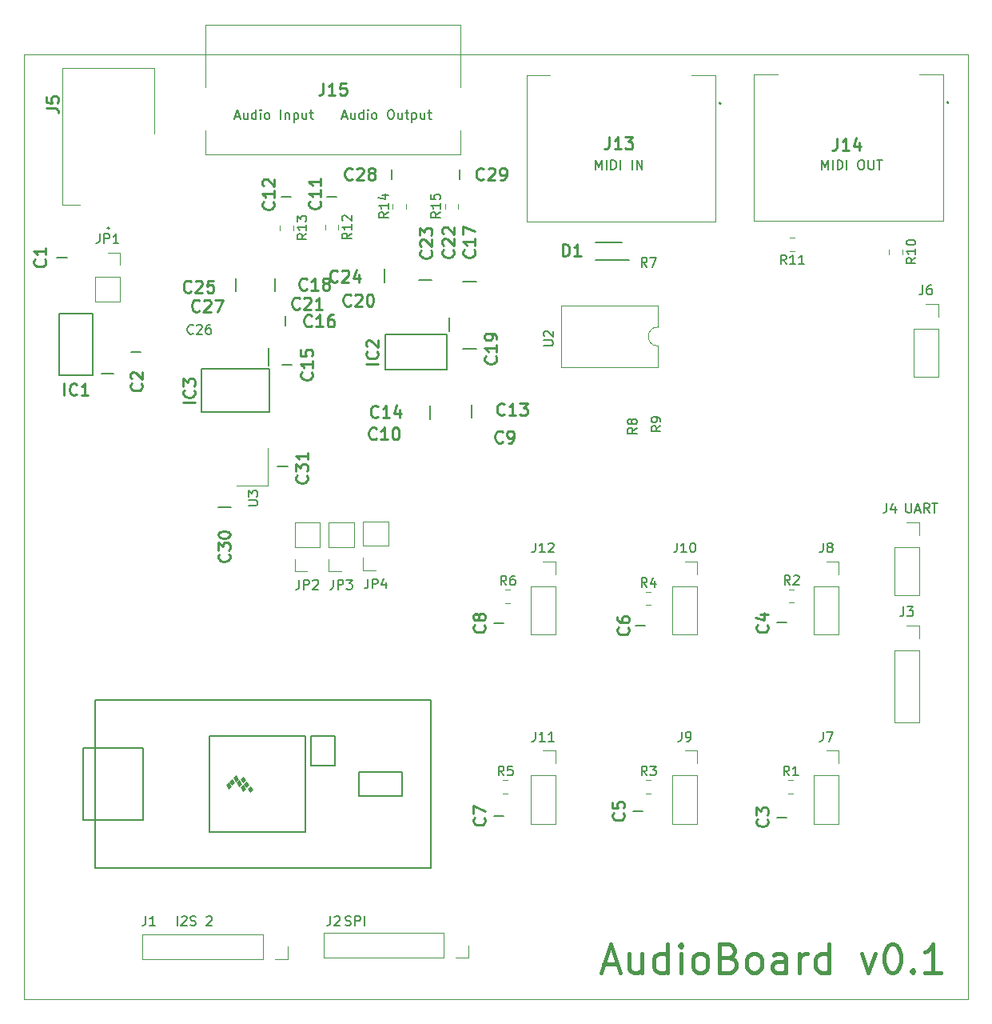
<source format=gbr>
%TF.GenerationSoftware,KiCad,Pcbnew,(5.1.6)-1*%
%TF.CreationDate,2020-08-11T23:20:13+02:00*%
%TF.ProjectId,AudioBoard,41756469-6f42-46f6-9172-642e6b696361,rev?*%
%TF.SameCoordinates,Original*%
%TF.FileFunction,Legend,Top*%
%TF.FilePolarity,Positive*%
%FSLAX46Y46*%
G04 Gerber Fmt 4.6, Leading zero omitted, Abs format (unit mm)*
G04 Created by KiCad (PCBNEW (5.1.6)-1) date 2020-08-11 23:20:13*
%MOMM*%
%LPD*%
G01*
G04 APERTURE LIST*
%ADD10C,0.400000*%
%ADD11C,0.150000*%
%TA.AperFunction,Profile*%
%ADD12C,0.050000*%
%TD*%
%ADD13C,0.120000*%
%ADD14C,0.100000*%
%ADD15C,0.200000*%
%ADD16C,0.254000*%
G04 APERTURE END LIST*
D10*
X111428857Y-146296000D02*
X112857428Y-146296000D01*
X111143142Y-147153142D02*
X112143142Y-144153142D01*
X113143142Y-147153142D01*
X115428857Y-145153142D02*
X115428857Y-147153142D01*
X114143142Y-145153142D02*
X114143142Y-146724571D01*
X114286000Y-147010285D01*
X114571714Y-147153142D01*
X115000285Y-147153142D01*
X115286000Y-147010285D01*
X115428857Y-146867428D01*
X118143142Y-147153142D02*
X118143142Y-144153142D01*
X118143142Y-147010285D02*
X117857428Y-147153142D01*
X117286000Y-147153142D01*
X117000285Y-147010285D01*
X116857428Y-146867428D01*
X116714571Y-146581714D01*
X116714571Y-145724571D01*
X116857428Y-145438857D01*
X117000285Y-145296000D01*
X117286000Y-145153142D01*
X117857428Y-145153142D01*
X118143142Y-145296000D01*
X119571714Y-147153142D02*
X119571714Y-145153142D01*
X119571714Y-144153142D02*
X119428857Y-144296000D01*
X119571714Y-144438857D01*
X119714571Y-144296000D01*
X119571714Y-144153142D01*
X119571714Y-144438857D01*
X121428857Y-147153142D02*
X121143142Y-147010285D01*
X121000285Y-146867428D01*
X120857428Y-146581714D01*
X120857428Y-145724571D01*
X121000285Y-145438857D01*
X121143142Y-145296000D01*
X121428857Y-145153142D01*
X121857428Y-145153142D01*
X122143142Y-145296000D01*
X122286000Y-145438857D01*
X122428857Y-145724571D01*
X122428857Y-146581714D01*
X122286000Y-146867428D01*
X122143142Y-147010285D01*
X121857428Y-147153142D01*
X121428857Y-147153142D01*
X124714571Y-145581714D02*
X125143142Y-145724571D01*
X125286000Y-145867428D01*
X125428857Y-146153142D01*
X125428857Y-146581714D01*
X125286000Y-146867428D01*
X125143142Y-147010285D01*
X124857428Y-147153142D01*
X123714571Y-147153142D01*
X123714571Y-144153142D01*
X124714571Y-144153142D01*
X125000285Y-144296000D01*
X125143142Y-144438857D01*
X125286000Y-144724571D01*
X125286000Y-145010285D01*
X125143142Y-145296000D01*
X125000285Y-145438857D01*
X124714571Y-145581714D01*
X123714571Y-145581714D01*
X127143142Y-147153142D02*
X126857428Y-147010285D01*
X126714571Y-146867428D01*
X126571714Y-146581714D01*
X126571714Y-145724571D01*
X126714571Y-145438857D01*
X126857428Y-145296000D01*
X127143142Y-145153142D01*
X127571714Y-145153142D01*
X127857428Y-145296000D01*
X128000285Y-145438857D01*
X128143142Y-145724571D01*
X128143142Y-146581714D01*
X128000285Y-146867428D01*
X127857428Y-147010285D01*
X127571714Y-147153142D01*
X127143142Y-147153142D01*
X130714571Y-147153142D02*
X130714571Y-145581714D01*
X130571714Y-145296000D01*
X130286000Y-145153142D01*
X129714571Y-145153142D01*
X129428857Y-145296000D01*
X130714571Y-147010285D02*
X130428857Y-147153142D01*
X129714571Y-147153142D01*
X129428857Y-147010285D01*
X129286000Y-146724571D01*
X129286000Y-146438857D01*
X129428857Y-146153142D01*
X129714571Y-146010285D01*
X130428857Y-146010285D01*
X130714571Y-145867428D01*
X132143142Y-147153142D02*
X132143142Y-145153142D01*
X132143142Y-145724571D02*
X132286000Y-145438857D01*
X132428857Y-145296000D01*
X132714571Y-145153142D01*
X133000285Y-145153142D01*
X135286000Y-147153142D02*
X135286000Y-144153142D01*
X135286000Y-147010285D02*
X135000285Y-147153142D01*
X134428857Y-147153142D01*
X134143142Y-147010285D01*
X134000285Y-146867428D01*
X133857428Y-146581714D01*
X133857428Y-145724571D01*
X134000285Y-145438857D01*
X134143142Y-145296000D01*
X134428857Y-145153142D01*
X135000285Y-145153142D01*
X135286000Y-145296000D01*
X138714571Y-145153142D02*
X139428857Y-147153142D01*
X140143142Y-145153142D01*
X141857428Y-144153142D02*
X142143142Y-144153142D01*
X142428857Y-144296000D01*
X142571714Y-144438857D01*
X142714571Y-144724571D01*
X142857428Y-145296000D01*
X142857428Y-146010285D01*
X142714571Y-146581714D01*
X142571714Y-146867428D01*
X142428857Y-147010285D01*
X142143142Y-147153142D01*
X141857428Y-147153142D01*
X141571714Y-147010285D01*
X141428857Y-146867428D01*
X141286000Y-146581714D01*
X141143142Y-146010285D01*
X141143142Y-145296000D01*
X141286000Y-144724571D01*
X141428857Y-144438857D01*
X141571714Y-144296000D01*
X141857428Y-144153142D01*
X144143142Y-146867428D02*
X144286000Y-147010285D01*
X144143142Y-147153142D01*
X144000285Y-147010285D01*
X144143142Y-146867428D01*
X144143142Y-147153142D01*
X147143142Y-147153142D02*
X145428857Y-147153142D01*
X146286000Y-147153142D02*
X146286000Y-144153142D01*
X146000285Y-144581714D01*
X145714571Y-144867428D01*
X145428857Y-145010285D01*
D11*
X83725333Y-56554666D02*
X84201523Y-56554666D01*
X83630095Y-56840380D02*
X83963428Y-55840380D01*
X84296761Y-56840380D01*
X85058666Y-56173714D02*
X85058666Y-56840380D01*
X84630095Y-56173714D02*
X84630095Y-56697523D01*
X84677714Y-56792761D01*
X84772952Y-56840380D01*
X84915809Y-56840380D01*
X85011047Y-56792761D01*
X85058666Y-56745142D01*
X85963428Y-56840380D02*
X85963428Y-55840380D01*
X85963428Y-56792761D02*
X85868190Y-56840380D01*
X85677714Y-56840380D01*
X85582476Y-56792761D01*
X85534857Y-56745142D01*
X85487238Y-56649904D01*
X85487238Y-56364190D01*
X85534857Y-56268952D01*
X85582476Y-56221333D01*
X85677714Y-56173714D01*
X85868190Y-56173714D01*
X85963428Y-56221333D01*
X86439619Y-56840380D02*
X86439619Y-56173714D01*
X86439619Y-55840380D02*
X86392000Y-55888000D01*
X86439619Y-55935619D01*
X86487238Y-55888000D01*
X86439619Y-55840380D01*
X86439619Y-55935619D01*
X87058666Y-56840380D02*
X86963428Y-56792761D01*
X86915809Y-56745142D01*
X86868190Y-56649904D01*
X86868190Y-56364190D01*
X86915809Y-56268952D01*
X86963428Y-56221333D01*
X87058666Y-56173714D01*
X87201523Y-56173714D01*
X87296761Y-56221333D01*
X87344380Y-56268952D01*
X87392000Y-56364190D01*
X87392000Y-56649904D01*
X87344380Y-56745142D01*
X87296761Y-56792761D01*
X87201523Y-56840380D01*
X87058666Y-56840380D01*
X88772952Y-55840380D02*
X88963428Y-55840380D01*
X89058666Y-55888000D01*
X89153904Y-55983238D01*
X89201523Y-56173714D01*
X89201523Y-56507047D01*
X89153904Y-56697523D01*
X89058666Y-56792761D01*
X88963428Y-56840380D01*
X88772952Y-56840380D01*
X88677714Y-56792761D01*
X88582476Y-56697523D01*
X88534857Y-56507047D01*
X88534857Y-56173714D01*
X88582476Y-55983238D01*
X88677714Y-55888000D01*
X88772952Y-55840380D01*
X90058666Y-56173714D02*
X90058666Y-56840380D01*
X89630095Y-56173714D02*
X89630095Y-56697523D01*
X89677714Y-56792761D01*
X89772952Y-56840380D01*
X89915809Y-56840380D01*
X90011047Y-56792761D01*
X90058666Y-56745142D01*
X90392000Y-56173714D02*
X90772952Y-56173714D01*
X90534857Y-55840380D02*
X90534857Y-56697523D01*
X90582476Y-56792761D01*
X90677714Y-56840380D01*
X90772952Y-56840380D01*
X91106285Y-56173714D02*
X91106285Y-57173714D01*
X91106285Y-56221333D02*
X91201523Y-56173714D01*
X91392000Y-56173714D01*
X91487238Y-56221333D01*
X91534857Y-56268952D01*
X91582476Y-56364190D01*
X91582476Y-56649904D01*
X91534857Y-56745142D01*
X91487238Y-56792761D01*
X91392000Y-56840380D01*
X91201523Y-56840380D01*
X91106285Y-56792761D01*
X92439619Y-56173714D02*
X92439619Y-56840380D01*
X92011047Y-56173714D02*
X92011047Y-56697523D01*
X92058666Y-56792761D01*
X92153904Y-56840380D01*
X92296761Y-56840380D01*
X92392000Y-56792761D01*
X92439619Y-56745142D01*
X92772952Y-56173714D02*
X93153904Y-56173714D01*
X92915809Y-55840380D02*
X92915809Y-56697523D01*
X92963428Y-56792761D01*
X93058666Y-56840380D01*
X93153904Y-56840380D01*
X72358761Y-56554666D02*
X72834952Y-56554666D01*
X72263523Y-56840380D02*
X72596857Y-55840380D01*
X72930190Y-56840380D01*
X73692095Y-56173714D02*
X73692095Y-56840380D01*
X73263523Y-56173714D02*
X73263523Y-56697523D01*
X73311142Y-56792761D01*
X73406380Y-56840380D01*
X73549238Y-56840380D01*
X73644476Y-56792761D01*
X73692095Y-56745142D01*
X74596857Y-56840380D02*
X74596857Y-55840380D01*
X74596857Y-56792761D02*
X74501619Y-56840380D01*
X74311142Y-56840380D01*
X74215904Y-56792761D01*
X74168285Y-56745142D01*
X74120666Y-56649904D01*
X74120666Y-56364190D01*
X74168285Y-56268952D01*
X74215904Y-56221333D01*
X74311142Y-56173714D01*
X74501619Y-56173714D01*
X74596857Y-56221333D01*
X75073047Y-56840380D02*
X75073047Y-56173714D01*
X75073047Y-55840380D02*
X75025428Y-55888000D01*
X75073047Y-55935619D01*
X75120666Y-55888000D01*
X75073047Y-55840380D01*
X75073047Y-55935619D01*
X75692095Y-56840380D02*
X75596857Y-56792761D01*
X75549238Y-56745142D01*
X75501619Y-56649904D01*
X75501619Y-56364190D01*
X75549238Y-56268952D01*
X75596857Y-56221333D01*
X75692095Y-56173714D01*
X75834952Y-56173714D01*
X75930190Y-56221333D01*
X75977809Y-56268952D01*
X76025428Y-56364190D01*
X76025428Y-56649904D01*
X75977809Y-56745142D01*
X75930190Y-56792761D01*
X75834952Y-56840380D01*
X75692095Y-56840380D01*
X77215904Y-56840380D02*
X77215904Y-55840380D01*
X77692095Y-56173714D02*
X77692095Y-56840380D01*
X77692095Y-56268952D02*
X77739714Y-56221333D01*
X77834952Y-56173714D01*
X77977809Y-56173714D01*
X78073047Y-56221333D01*
X78120666Y-56316571D01*
X78120666Y-56840380D01*
X78596857Y-56173714D02*
X78596857Y-57173714D01*
X78596857Y-56221333D02*
X78692095Y-56173714D01*
X78882571Y-56173714D01*
X78977809Y-56221333D01*
X79025428Y-56268952D01*
X79073047Y-56364190D01*
X79073047Y-56649904D01*
X79025428Y-56745142D01*
X78977809Y-56792761D01*
X78882571Y-56840380D01*
X78692095Y-56840380D01*
X78596857Y-56792761D01*
X79930190Y-56173714D02*
X79930190Y-56840380D01*
X79501619Y-56173714D02*
X79501619Y-56697523D01*
X79549238Y-56792761D01*
X79644476Y-56840380D01*
X79787333Y-56840380D01*
X79882571Y-56792761D01*
X79930190Y-56745142D01*
X80263523Y-56173714D02*
X80644476Y-56173714D01*
X80406380Y-55840380D02*
X80406380Y-56697523D01*
X80454000Y-56792761D01*
X80549238Y-56840380D01*
X80644476Y-56840380D01*
X134548952Y-62174380D02*
X134548952Y-61174380D01*
X134882285Y-61888666D01*
X135215619Y-61174380D01*
X135215619Y-62174380D01*
X135691809Y-62174380D02*
X135691809Y-61174380D01*
X136168000Y-62174380D02*
X136168000Y-61174380D01*
X136406095Y-61174380D01*
X136548952Y-61222000D01*
X136644190Y-61317238D01*
X136691809Y-61412476D01*
X136739428Y-61602952D01*
X136739428Y-61745809D01*
X136691809Y-61936285D01*
X136644190Y-62031523D01*
X136548952Y-62126761D01*
X136406095Y-62174380D01*
X136168000Y-62174380D01*
X137168000Y-62174380D02*
X137168000Y-61174380D01*
X138596571Y-61174380D02*
X138787047Y-61174380D01*
X138882285Y-61222000D01*
X138977523Y-61317238D01*
X139025142Y-61507714D01*
X139025142Y-61841047D01*
X138977523Y-62031523D01*
X138882285Y-62126761D01*
X138787047Y-62174380D01*
X138596571Y-62174380D01*
X138501333Y-62126761D01*
X138406095Y-62031523D01*
X138358476Y-61841047D01*
X138358476Y-61507714D01*
X138406095Y-61317238D01*
X138501333Y-61222000D01*
X138596571Y-61174380D01*
X139453714Y-61174380D02*
X139453714Y-61983904D01*
X139501333Y-62079142D01*
X139548952Y-62126761D01*
X139644190Y-62174380D01*
X139834666Y-62174380D01*
X139929904Y-62126761D01*
X139977523Y-62079142D01*
X140025142Y-61983904D01*
X140025142Y-61174380D01*
X140358476Y-61174380D02*
X140929904Y-61174380D01*
X140644190Y-62174380D02*
X140644190Y-61174380D01*
X110577619Y-62174380D02*
X110577619Y-61174380D01*
X110910952Y-61888666D01*
X111244285Y-61174380D01*
X111244285Y-62174380D01*
X111720476Y-62174380D02*
X111720476Y-61174380D01*
X112196666Y-62174380D02*
X112196666Y-61174380D01*
X112434761Y-61174380D01*
X112577619Y-61222000D01*
X112672857Y-61317238D01*
X112720476Y-61412476D01*
X112768095Y-61602952D01*
X112768095Y-61745809D01*
X112720476Y-61936285D01*
X112672857Y-62031523D01*
X112577619Y-62126761D01*
X112434761Y-62174380D01*
X112196666Y-62174380D01*
X113196666Y-62174380D02*
X113196666Y-61174380D01*
X114434761Y-62174380D02*
X114434761Y-61174380D01*
X114910952Y-62174380D02*
X114910952Y-61174380D01*
X115482380Y-62174380D01*
X115482380Y-61174380D01*
X143438761Y-97496380D02*
X143438761Y-98305904D01*
X143486380Y-98401142D01*
X143534000Y-98448761D01*
X143629238Y-98496380D01*
X143819714Y-98496380D01*
X143914952Y-98448761D01*
X143962571Y-98401142D01*
X144010190Y-98305904D01*
X144010190Y-97496380D01*
X144438761Y-98210666D02*
X144914952Y-98210666D01*
X144343523Y-98496380D02*
X144676857Y-97496380D01*
X145010190Y-98496380D01*
X145914952Y-98496380D02*
X145581619Y-98020190D01*
X145343523Y-98496380D02*
X145343523Y-97496380D01*
X145724476Y-97496380D01*
X145819714Y-97544000D01*
X145867333Y-97591619D01*
X145914952Y-97686857D01*
X145914952Y-97829714D01*
X145867333Y-97924952D01*
X145819714Y-97972571D01*
X145724476Y-98020190D01*
X145343523Y-98020190D01*
X146200666Y-97496380D02*
X146772095Y-97496380D01*
X146486380Y-98496380D02*
X146486380Y-97496380D01*
X84066190Y-142136761D02*
X84209047Y-142184380D01*
X84447142Y-142184380D01*
X84542380Y-142136761D01*
X84590000Y-142089142D01*
X84637619Y-141993904D01*
X84637619Y-141898666D01*
X84590000Y-141803428D01*
X84542380Y-141755809D01*
X84447142Y-141708190D01*
X84256666Y-141660571D01*
X84161428Y-141612952D01*
X84113809Y-141565333D01*
X84066190Y-141470095D01*
X84066190Y-141374857D01*
X84113809Y-141279619D01*
X84161428Y-141232000D01*
X84256666Y-141184380D01*
X84494761Y-141184380D01*
X84637619Y-141232000D01*
X85066190Y-142184380D02*
X85066190Y-141184380D01*
X85447142Y-141184380D01*
X85542380Y-141232000D01*
X85590000Y-141279619D01*
X85637619Y-141374857D01*
X85637619Y-141517714D01*
X85590000Y-141612952D01*
X85542380Y-141660571D01*
X85447142Y-141708190D01*
X85066190Y-141708190D01*
X86066190Y-142184380D02*
X86066190Y-141184380D01*
X66262476Y-142184380D02*
X66262476Y-141184380D01*
X66691047Y-141279619D02*
X66738666Y-141232000D01*
X66833904Y-141184380D01*
X67072000Y-141184380D01*
X67167238Y-141232000D01*
X67214857Y-141279619D01*
X67262476Y-141374857D01*
X67262476Y-141470095D01*
X67214857Y-141612952D01*
X66643428Y-142184380D01*
X67262476Y-142184380D01*
X67643428Y-142136761D02*
X67786285Y-142184380D01*
X68024380Y-142184380D01*
X68119619Y-142136761D01*
X68167238Y-142089142D01*
X68214857Y-141993904D01*
X68214857Y-141898666D01*
X68167238Y-141803428D01*
X68119619Y-141755809D01*
X68024380Y-141708190D01*
X67833904Y-141660571D01*
X67738666Y-141612952D01*
X67691047Y-141565333D01*
X67643428Y-141470095D01*
X67643428Y-141374857D01*
X67691047Y-141279619D01*
X67738666Y-141232000D01*
X67833904Y-141184380D01*
X68072000Y-141184380D01*
X68214857Y-141232000D01*
X69357714Y-141279619D02*
X69405333Y-141232000D01*
X69500571Y-141184380D01*
X69738666Y-141184380D01*
X69833904Y-141232000D01*
X69881523Y-141279619D01*
X69929142Y-141374857D01*
X69929142Y-141470095D01*
X69881523Y-141612952D01*
X69310095Y-142184380D01*
X69929142Y-142184380D01*
D12*
X50000000Y-150000000D02*
X50000000Y-50000000D01*
X50000000Y-50000000D02*
X150000000Y-50000000D01*
X150000000Y-150000000D02*
X50000000Y-150000000D01*
X150000000Y-50000000D02*
X150000000Y-150000000D01*
D13*
%TO.C,R15*%
X96010800Y-66300878D02*
X96010800Y-65783722D01*
X94590800Y-66300878D02*
X94590800Y-65783722D01*
%TO.C,R14*%
X90499000Y-66298578D02*
X90499000Y-65781422D01*
X89079000Y-66298578D02*
X89079000Y-65781422D01*
%TO.C,R13*%
X77115600Y-68067422D02*
X77115600Y-68584578D01*
X78535600Y-68067422D02*
X78535600Y-68584578D01*
%TO.C,R12*%
X81890800Y-68016622D02*
X81890800Y-68533778D01*
X83310800Y-68016622D02*
X83310800Y-68533778D01*
%TO.C,R11*%
X131655078Y-69394000D02*
X131137922Y-69394000D01*
X131655078Y-70814000D02*
X131137922Y-70814000D01*
%TO.C,R10*%
X141631600Y-70607422D02*
X141631600Y-71124578D01*
X143051600Y-70607422D02*
X143051600Y-71124578D01*
%TO.C,R6*%
X101008922Y-108072000D02*
X101526078Y-108072000D01*
X101008922Y-106652000D02*
X101526078Y-106652000D01*
%TO.C,R5*%
X100754922Y-128218000D02*
X101272078Y-128218000D01*
X100754922Y-126798000D02*
X101272078Y-126798000D01*
%TO.C,R4*%
X115897922Y-108275200D02*
X116415078Y-108275200D01*
X115897922Y-106855200D02*
X116415078Y-106855200D01*
%TO.C,R3*%
X115897922Y-128218000D02*
X116415078Y-128218000D01*
X115897922Y-126798000D02*
X116415078Y-126798000D01*
%TO.C,R2*%
X131059422Y-108021200D02*
X131576578Y-108021200D01*
X131059422Y-106601200D02*
X131576578Y-106601200D01*
%TO.C,R1*%
X130980922Y-128218000D02*
X131498078Y-128218000D01*
X130980922Y-126798000D02*
X131498078Y-126798000D01*
D14*
%TO.C,J15*%
X69246000Y-60576000D02*
X69246000Y-58001000D01*
X96246000Y-60576000D02*
X69246000Y-60576000D01*
X96246000Y-58001000D02*
X96246000Y-60576000D01*
X69246000Y-46876000D02*
X69246000Y-53501000D01*
X96246000Y-46876000D02*
X69246000Y-46876000D01*
X96246000Y-53501000D02*
X96246000Y-46876000D01*
D13*
%TO.C,U2*%
X117154000Y-78847400D02*
X117154000Y-76612400D01*
X117154000Y-76612400D02*
X106874000Y-76612400D01*
X106874000Y-76612400D02*
X106874000Y-83082400D01*
X106874000Y-83082400D02*
X117154000Y-83082400D01*
X117154000Y-83082400D02*
X117154000Y-80847400D01*
X117154000Y-80847400D02*
G75*
G02*
X117154000Y-78847400I0J1000000D01*
G01*
D15*
%TO.C,C14*%
X93023200Y-88558600D02*
X93023200Y-87158600D01*
%TO.C,C13*%
X97392000Y-88431600D02*
X97392000Y-87031600D01*
%TO.C,C12*%
X78299800Y-65067600D02*
X77249800Y-65067600D01*
%TO.C,C11*%
X83125800Y-65024000D02*
X82075800Y-65024000D01*
D13*
%TO.C,U3*%
X72504400Y-95657600D02*
X75804400Y-95657600D01*
X75804400Y-95657600D02*
X75804400Y-91657600D01*
D14*
%TO.C,U1*%
G36*
X71399400Y-127330200D02*
G01*
X71653400Y-127076200D01*
X71907400Y-127457200D01*
X71653400Y-127711200D01*
X71399400Y-127330200D01*
G37*
X71399400Y-127330200D02*
X71653400Y-127076200D01*
X71907400Y-127457200D01*
X71653400Y-127711200D01*
X71399400Y-127330200D01*
G36*
X71780400Y-126949200D02*
G01*
X72034400Y-126695200D01*
X72288400Y-127076200D01*
X72034400Y-127330200D01*
X71780400Y-126949200D01*
G37*
X71780400Y-126949200D02*
X72034400Y-126695200D01*
X72288400Y-127076200D01*
X72034400Y-127330200D01*
X71780400Y-126949200D01*
G36*
X73685400Y-127711200D02*
G01*
X73939400Y-127457200D01*
X74193400Y-127838200D01*
X73939400Y-128092200D01*
X73685400Y-127711200D01*
G37*
X73685400Y-127711200D02*
X73939400Y-127457200D01*
X74193400Y-127838200D01*
X73939400Y-128092200D01*
X73685400Y-127711200D01*
G36*
X73304400Y-127203200D02*
G01*
X73558400Y-126949200D01*
X73812400Y-127330200D01*
X73558400Y-127584200D01*
X73304400Y-127203200D01*
G37*
X73304400Y-127203200D02*
X73558400Y-126949200D01*
X73812400Y-127330200D01*
X73558400Y-127584200D01*
X73304400Y-127203200D01*
G36*
X72923400Y-126695200D02*
G01*
X73177400Y-126441200D01*
X73431400Y-126822200D01*
X73177400Y-127076200D01*
X72923400Y-126695200D01*
G37*
X72923400Y-126695200D02*
X73177400Y-126441200D01*
X73431400Y-126822200D01*
X73177400Y-127076200D01*
X72923400Y-126695200D01*
G36*
X72923400Y-127584200D02*
G01*
X73177400Y-127330200D01*
X73431400Y-127711200D01*
X73177400Y-127965200D01*
X72923400Y-127584200D01*
G37*
X72923400Y-127584200D02*
X73177400Y-127330200D01*
X73431400Y-127711200D01*
X73177400Y-127965200D01*
X72923400Y-127584200D01*
G36*
X72542400Y-127076200D02*
G01*
X72796400Y-126822200D01*
X73050400Y-127203200D01*
X72796400Y-127457200D01*
X72542400Y-127076200D01*
G37*
X72542400Y-127076200D02*
X72796400Y-126822200D01*
X73050400Y-127203200D01*
X72796400Y-127457200D01*
X72542400Y-127076200D01*
G36*
X72161400Y-126568200D02*
G01*
X72415400Y-126314200D01*
X72669400Y-126695200D01*
X72415400Y-126949200D01*
X72161400Y-126568200D01*
G37*
X72161400Y-126568200D02*
X72415400Y-126314200D01*
X72669400Y-126695200D01*
X72415400Y-126949200D01*
X72161400Y-126568200D01*
D11*
X80416400Y-125298200D02*
X80416400Y-122123200D01*
X82956400Y-125298200D02*
X80416400Y-125298200D01*
X82956400Y-122123200D02*
X82956400Y-125298200D01*
X80416400Y-122123200D02*
X82956400Y-122123200D01*
X57556400Y-136093200D02*
X57556400Y-118313200D01*
X93116400Y-136093200D02*
X57556400Y-136093200D01*
X93116400Y-118313200D02*
X93116400Y-136093200D01*
X57556400Y-118313200D02*
X93116400Y-118313200D01*
X79781400Y-132283200D02*
X69621400Y-132283200D01*
X79781400Y-122123200D02*
X69621400Y-122123200D01*
X69621400Y-122123200D02*
X69621400Y-132283200D01*
X79781400Y-132283200D02*
X79781400Y-122123200D01*
X85496400Y-125933200D02*
X90068400Y-125933200D01*
X85496400Y-128473200D02*
X85496400Y-125933200D01*
X90068400Y-128473200D02*
X85496400Y-128473200D01*
X90068400Y-125933200D02*
X90068400Y-128473200D01*
X62636400Y-131013200D02*
X57556400Y-131013200D01*
X62636400Y-123393200D02*
X57556400Y-123393200D01*
X62636400Y-131013200D02*
X62636400Y-123393200D01*
X56286400Y-123393200D02*
X57556400Y-123393200D01*
X56286400Y-131013200D02*
X56286400Y-123393200D01*
X57556400Y-131013200D02*
X56286400Y-131013200D01*
D13*
%TO.C,JP4*%
X88604400Y-102006400D02*
X85944400Y-102006400D01*
X88604400Y-102006400D02*
X88604400Y-99406400D01*
X88604400Y-99406400D02*
X85944400Y-99406400D01*
X85944400Y-102006400D02*
X85944400Y-99406400D01*
X85944400Y-104606400D02*
X85944400Y-103276400D01*
X87274400Y-104606400D02*
X85944400Y-104606400D01*
%TO.C,JP3*%
X84946800Y-102108000D02*
X82286800Y-102108000D01*
X84946800Y-102108000D02*
X84946800Y-99508000D01*
X84946800Y-99508000D02*
X82286800Y-99508000D01*
X82286800Y-102108000D02*
X82286800Y-99508000D01*
X82286800Y-104708000D02*
X82286800Y-103378000D01*
X83616800Y-104708000D02*
X82286800Y-104708000D01*
%TO.C,JP2*%
X81340000Y-102108000D02*
X78680000Y-102108000D01*
X81340000Y-102108000D02*
X81340000Y-99508000D01*
X81340000Y-99508000D02*
X78680000Y-99508000D01*
X78680000Y-102108000D02*
X78680000Y-99508000D01*
X78680000Y-104708000D02*
X78680000Y-103378000D01*
X80010000Y-104708000D02*
X78680000Y-104708000D01*
%TO.C,JP1*%
X57547200Y-73558400D02*
X60207200Y-73558400D01*
X57547200Y-73558400D02*
X57547200Y-76158400D01*
X57547200Y-76158400D02*
X60207200Y-76158400D01*
X60207200Y-73558400D02*
X60207200Y-76158400D01*
X60207200Y-70958400D02*
X60207200Y-72288400D01*
X58877200Y-70958400D02*
X60207200Y-70958400D01*
D14*
%TO.C,J14*%
X129844800Y-52086400D02*
X127349800Y-52086400D01*
X127349800Y-52086400D02*
X127349800Y-67586400D01*
X127349800Y-67586400D02*
X147349800Y-67586400D01*
X147349800Y-67586400D02*
X147349800Y-52086400D01*
X147349800Y-52086400D02*
X144849800Y-52086400D01*
D15*
X147854800Y-55186400D02*
X147854800Y-55186400D01*
X147854800Y-54986400D02*
X147854800Y-54986400D01*
X147854800Y-55186400D02*
G75*
G03*
X147854800Y-54986400I0J100000D01*
G01*
X147854800Y-54986400D02*
G75*
G03*
X147854800Y-55186400I0J-100000D01*
G01*
D14*
%TO.C,J13*%
X105741600Y-52168800D02*
X103246600Y-52168800D01*
X103246600Y-52168800D02*
X103246600Y-67668800D01*
X103246600Y-67668800D02*
X123246600Y-67668800D01*
X123246600Y-67668800D02*
X123246600Y-52168800D01*
X123246600Y-52168800D02*
X120746600Y-52168800D01*
D15*
X123751600Y-55268800D02*
X123751600Y-55268800D01*
X123751600Y-55068800D02*
X123751600Y-55068800D01*
X123751600Y-55268800D02*
G75*
G03*
X123751600Y-55068800I0J100000D01*
G01*
X123751600Y-55068800D02*
G75*
G03*
X123751600Y-55268800I0J-100000D01*
G01*
D13*
%TO.C,J12*%
X103670000Y-106270000D02*
X106330000Y-106270000D01*
X103670000Y-106270000D02*
X103670000Y-111410000D01*
X103670000Y-111410000D02*
X106330000Y-111410000D01*
X106330000Y-106270000D02*
X106330000Y-111410000D01*
X106330000Y-103670000D02*
X106330000Y-105000000D01*
X105000000Y-103670000D02*
X106330000Y-103670000D01*
%TO.C,J11*%
X103670000Y-126270000D02*
X106330000Y-126270000D01*
X103670000Y-126270000D02*
X103670000Y-131410000D01*
X103670000Y-131410000D02*
X106330000Y-131410000D01*
X106330000Y-126270000D02*
X106330000Y-131410000D01*
X106330000Y-123670000D02*
X106330000Y-125000000D01*
X105000000Y-123670000D02*
X106330000Y-123670000D01*
%TO.C,J10*%
X118670000Y-106270000D02*
X121330000Y-106270000D01*
X118670000Y-106270000D02*
X118670000Y-111410000D01*
X118670000Y-111410000D02*
X121330000Y-111410000D01*
X121330000Y-106270000D02*
X121330000Y-111410000D01*
X121330000Y-103670000D02*
X121330000Y-105000000D01*
X120000000Y-103670000D02*
X121330000Y-103670000D01*
%TO.C,J9*%
X118670000Y-126270000D02*
X121330000Y-126270000D01*
X118670000Y-126270000D02*
X118670000Y-131410000D01*
X118670000Y-131410000D02*
X121330000Y-131410000D01*
X121330000Y-126270000D02*
X121330000Y-131410000D01*
X121330000Y-123670000D02*
X121330000Y-125000000D01*
X120000000Y-123670000D02*
X121330000Y-123670000D01*
%TO.C,J8*%
X133670000Y-106270000D02*
X136330000Y-106270000D01*
X133670000Y-106270000D02*
X133670000Y-111410000D01*
X133670000Y-111410000D02*
X136330000Y-111410000D01*
X136330000Y-106270000D02*
X136330000Y-111410000D01*
X136330000Y-103670000D02*
X136330000Y-105000000D01*
X135000000Y-103670000D02*
X136330000Y-103670000D01*
%TO.C,J7*%
X133670000Y-126270000D02*
X136330000Y-126270000D01*
X133670000Y-126270000D02*
X133670000Y-131410000D01*
X133670000Y-131410000D02*
X136330000Y-131410000D01*
X136330000Y-126270000D02*
X136330000Y-131410000D01*
X136330000Y-123670000D02*
X136330000Y-125000000D01*
X135000000Y-123670000D02*
X136330000Y-123670000D01*
%TO.C,J6*%
X144212000Y-78994000D02*
X146872000Y-78994000D01*
X144212000Y-78994000D02*
X144212000Y-84134000D01*
X144212000Y-84134000D02*
X146872000Y-84134000D01*
X146872000Y-78994000D02*
X146872000Y-84134000D01*
X146872000Y-76394000D02*
X146872000Y-77724000D01*
X145542000Y-76394000D02*
X146872000Y-76394000D01*
D14*
%TO.C,J5*%
X63851200Y-58394000D02*
X63851200Y-51394000D01*
X63851200Y-51394000D02*
X54051200Y-51394000D01*
X54051200Y-51394000D02*
X54051200Y-65894000D01*
X54051200Y-65894000D02*
X55951200Y-65894000D01*
D15*
X59051200Y-68394000D02*
X59051200Y-68394000D01*
X58851200Y-68394000D02*
X58851200Y-68394000D01*
X59051200Y-68394000D02*
G75*
G03*
X58851200Y-68394000I-100000J0D01*
G01*
X58851200Y-68394000D02*
G75*
G03*
X59051200Y-68394000I100000J0D01*
G01*
D13*
%TO.C,J4*%
X142180000Y-102108000D02*
X144840000Y-102108000D01*
X142180000Y-102108000D02*
X142180000Y-107248000D01*
X142180000Y-107248000D02*
X144840000Y-107248000D01*
X144840000Y-102108000D02*
X144840000Y-107248000D01*
X144840000Y-99508000D02*
X144840000Y-100838000D01*
X143510000Y-99508000D02*
X144840000Y-99508000D01*
%TO.C,J3*%
X142180000Y-113030000D02*
X144840000Y-113030000D01*
X142180000Y-113030000D02*
X142180000Y-120710000D01*
X142180000Y-120710000D02*
X144840000Y-120710000D01*
X144840000Y-113030000D02*
X144840000Y-120710000D01*
X144840000Y-110430000D02*
X144840000Y-111760000D01*
X143510000Y-110430000D02*
X144840000Y-110430000D01*
%TO.C,J2*%
X94488000Y-142942000D02*
X94488000Y-145602000D01*
X94488000Y-142942000D02*
X81728000Y-142942000D01*
X81728000Y-142942000D02*
X81728000Y-145602000D01*
X94488000Y-145602000D02*
X81728000Y-145602000D01*
X97088000Y-145602000D02*
X95758000Y-145602000D01*
X97088000Y-144272000D02*
X97088000Y-145602000D01*
%TO.C,J1*%
X75336400Y-143094400D02*
X75336400Y-145754400D01*
X75336400Y-143094400D02*
X62576400Y-143094400D01*
X62576400Y-143094400D02*
X62576400Y-145754400D01*
X75336400Y-145754400D02*
X62576400Y-145754400D01*
X77936400Y-145754400D02*
X76606400Y-145754400D01*
X77936400Y-144424400D02*
X77936400Y-145754400D01*
D15*
%TO.C,IC3*%
X76040800Y-83247200D02*
X76040800Y-87847200D01*
X76040800Y-87847200D02*
X68840800Y-87847200D01*
X68840800Y-87847200D02*
X68840800Y-83247200D01*
X68840800Y-83247200D02*
X76040800Y-83247200D01*
X75940800Y-81097200D02*
X75940800Y-82897200D01*
%TO.C,IC2*%
X94766200Y-79658600D02*
X94766200Y-83358600D01*
X94766200Y-83358600D02*
X88266200Y-83358600D01*
X88266200Y-83358600D02*
X88266200Y-79658600D01*
X88266200Y-79658600D02*
X94766200Y-79658600D01*
X95016200Y-77833600D02*
X95016200Y-79308600D01*
%TO.C,IC1*%
X57276400Y-83922400D02*
X53772400Y-83922400D01*
X53772400Y-83922400D02*
X53772400Y-77418400D01*
X53772400Y-77418400D02*
X57276400Y-77418400D01*
X57276400Y-77418400D02*
X57276400Y-83922400D01*
X59524400Y-83785400D02*
X58224400Y-83785400D01*
%TO.C,D1*%
X113337600Y-69915200D02*
X110537600Y-69915200D01*
X114097600Y-71715200D02*
X110537600Y-71715200D01*
%TO.C,C31*%
X77944200Y-93617200D02*
X76894200Y-93617200D01*
%TO.C,C30*%
X71972400Y-97950800D02*
X70572400Y-97950800D01*
%TO.C,C29*%
X96157200Y-62187600D02*
X96157200Y-63237600D01*
%TO.C,C28*%
X88918200Y-63237600D02*
X88918200Y-62187600D01*
%TO.C,C25*%
X72432400Y-73671200D02*
X72432400Y-75071200D01*
%TO.C,C24*%
X88197200Y-74080600D02*
X88197200Y-72680600D01*
%TO.C,C23*%
X93232200Y-73895600D02*
X91832200Y-73895600D01*
%TO.C,C19*%
X97931200Y-81120600D02*
X96531200Y-81120600D01*
%TO.C,C18*%
X76614800Y-75071200D02*
X76614800Y-73671200D01*
%TO.C,C17*%
X96531200Y-74032600D02*
X97931200Y-74032600D01*
%TO.C,C16*%
X77731200Y-77656200D02*
X77731200Y-78706200D01*
%TO.C,C15*%
X78401400Y-82811200D02*
X77351400Y-82811200D01*
%TO.C,C8*%
X100855000Y-110163200D02*
X99805000Y-110163200D01*
%TO.C,C7*%
X100855000Y-130614000D02*
X99805000Y-130614000D01*
%TO.C,C6*%
X115841000Y-110417200D02*
X114791000Y-110417200D01*
%TO.C,C5*%
X115587000Y-130106000D02*
X114537000Y-130106000D01*
%TO.C,C4*%
X130827000Y-110105200D02*
X129777000Y-110105200D01*
%TO.C,C3*%
X130827000Y-130752000D02*
X129777000Y-130752000D01*
%TO.C,C2*%
X62399400Y-81490400D02*
X61349400Y-81490400D01*
%TO.C,C1*%
X53526200Y-71468400D02*
X54576200Y-71468400D01*
%TD*%
%TO.C,R15*%
D11*
X94103180Y-66685157D02*
X93626990Y-67018490D01*
X94103180Y-67256585D02*
X93103180Y-67256585D01*
X93103180Y-66875633D01*
X93150800Y-66780395D01*
X93198419Y-66732776D01*
X93293657Y-66685157D01*
X93436514Y-66685157D01*
X93531752Y-66732776D01*
X93579371Y-66780395D01*
X93626990Y-66875633D01*
X93626990Y-67256585D01*
X94103180Y-65732776D02*
X94103180Y-66304204D01*
X94103180Y-66018490D02*
X93103180Y-66018490D01*
X93246038Y-66113728D01*
X93341276Y-66208966D01*
X93388895Y-66304204D01*
X93103180Y-64828014D02*
X93103180Y-65304204D01*
X93579371Y-65351823D01*
X93531752Y-65304204D01*
X93484133Y-65208966D01*
X93484133Y-64970871D01*
X93531752Y-64875633D01*
X93579371Y-64828014D01*
X93674609Y-64780395D01*
X93912704Y-64780395D01*
X94007942Y-64828014D01*
X94055561Y-64875633D01*
X94103180Y-64970871D01*
X94103180Y-65208966D01*
X94055561Y-65304204D01*
X94007942Y-65351823D01*
%TO.C,R14*%
X88591380Y-66682857D02*
X88115190Y-67016190D01*
X88591380Y-67254285D02*
X87591380Y-67254285D01*
X87591380Y-66873333D01*
X87639000Y-66778095D01*
X87686619Y-66730476D01*
X87781857Y-66682857D01*
X87924714Y-66682857D01*
X88019952Y-66730476D01*
X88067571Y-66778095D01*
X88115190Y-66873333D01*
X88115190Y-67254285D01*
X88591380Y-65730476D02*
X88591380Y-66301904D01*
X88591380Y-66016190D02*
X87591380Y-66016190D01*
X87734238Y-66111428D01*
X87829476Y-66206666D01*
X87877095Y-66301904D01*
X87924714Y-64873333D02*
X88591380Y-64873333D01*
X87543761Y-65111428D02*
X88258047Y-65349523D01*
X88258047Y-64730476D01*
%TO.C,R13*%
X79927980Y-68968857D02*
X79451790Y-69302190D01*
X79927980Y-69540285D02*
X78927980Y-69540285D01*
X78927980Y-69159333D01*
X78975600Y-69064095D01*
X79023219Y-69016476D01*
X79118457Y-68968857D01*
X79261314Y-68968857D01*
X79356552Y-69016476D01*
X79404171Y-69064095D01*
X79451790Y-69159333D01*
X79451790Y-69540285D01*
X79927980Y-68016476D02*
X79927980Y-68587904D01*
X79927980Y-68302190D02*
X78927980Y-68302190D01*
X79070838Y-68397428D01*
X79166076Y-68492666D01*
X79213695Y-68587904D01*
X78927980Y-67683142D02*
X78927980Y-67064095D01*
X79308933Y-67397428D01*
X79308933Y-67254571D01*
X79356552Y-67159333D01*
X79404171Y-67111714D01*
X79499409Y-67064095D01*
X79737504Y-67064095D01*
X79832742Y-67111714D01*
X79880361Y-67159333D01*
X79927980Y-67254571D01*
X79927980Y-67540285D01*
X79880361Y-67635523D01*
X79832742Y-67683142D01*
%TO.C,R12*%
X84703180Y-68918057D02*
X84226990Y-69251390D01*
X84703180Y-69489485D02*
X83703180Y-69489485D01*
X83703180Y-69108533D01*
X83750800Y-69013295D01*
X83798419Y-68965676D01*
X83893657Y-68918057D01*
X84036514Y-68918057D01*
X84131752Y-68965676D01*
X84179371Y-69013295D01*
X84226990Y-69108533D01*
X84226990Y-69489485D01*
X84703180Y-67965676D02*
X84703180Y-68537104D01*
X84703180Y-68251390D02*
X83703180Y-68251390D01*
X83846038Y-68346628D01*
X83941276Y-68441866D01*
X83988895Y-68537104D01*
X83798419Y-67584723D02*
X83750800Y-67537104D01*
X83703180Y-67441866D01*
X83703180Y-67203771D01*
X83750800Y-67108533D01*
X83798419Y-67060914D01*
X83893657Y-67013295D01*
X83988895Y-67013295D01*
X84131752Y-67060914D01*
X84703180Y-67632342D01*
X84703180Y-67013295D01*
%TO.C,R11*%
X130753642Y-72206380D02*
X130420309Y-71730190D01*
X130182214Y-72206380D02*
X130182214Y-71206380D01*
X130563166Y-71206380D01*
X130658404Y-71254000D01*
X130706023Y-71301619D01*
X130753642Y-71396857D01*
X130753642Y-71539714D01*
X130706023Y-71634952D01*
X130658404Y-71682571D01*
X130563166Y-71730190D01*
X130182214Y-71730190D01*
X131706023Y-72206380D02*
X131134595Y-72206380D01*
X131420309Y-72206380D02*
X131420309Y-71206380D01*
X131325071Y-71349238D01*
X131229833Y-71444476D01*
X131134595Y-71492095D01*
X132658404Y-72206380D02*
X132086976Y-72206380D01*
X132372690Y-72206380D02*
X132372690Y-71206380D01*
X132277452Y-71349238D01*
X132182214Y-71444476D01*
X132086976Y-71492095D01*
%TO.C,R10*%
X144443980Y-71508857D02*
X143967790Y-71842190D01*
X144443980Y-72080285D02*
X143443980Y-72080285D01*
X143443980Y-71699333D01*
X143491600Y-71604095D01*
X143539219Y-71556476D01*
X143634457Y-71508857D01*
X143777314Y-71508857D01*
X143872552Y-71556476D01*
X143920171Y-71604095D01*
X143967790Y-71699333D01*
X143967790Y-72080285D01*
X144443980Y-70556476D02*
X144443980Y-71127904D01*
X144443980Y-70842190D02*
X143443980Y-70842190D01*
X143586838Y-70937428D01*
X143682076Y-71032666D01*
X143729695Y-71127904D01*
X143443980Y-69937428D02*
X143443980Y-69842190D01*
X143491600Y-69746952D01*
X143539219Y-69699333D01*
X143634457Y-69651714D01*
X143824933Y-69604095D01*
X144063028Y-69604095D01*
X144253504Y-69651714D01*
X144348742Y-69699333D01*
X144396361Y-69746952D01*
X144443980Y-69842190D01*
X144443980Y-69937428D01*
X144396361Y-70032666D01*
X144348742Y-70080285D01*
X144253504Y-70127904D01*
X144063028Y-70175523D01*
X143824933Y-70175523D01*
X143634457Y-70127904D01*
X143539219Y-70080285D01*
X143491600Y-70032666D01*
X143443980Y-69937428D01*
%TO.C,R9*%
X117446380Y-89297666D02*
X116970190Y-89631000D01*
X117446380Y-89869095D02*
X116446380Y-89869095D01*
X116446380Y-89488142D01*
X116494000Y-89392904D01*
X116541619Y-89345285D01*
X116636857Y-89297666D01*
X116779714Y-89297666D01*
X116874952Y-89345285D01*
X116922571Y-89392904D01*
X116970190Y-89488142D01*
X116970190Y-89869095D01*
X117446380Y-88821476D02*
X117446380Y-88631000D01*
X117398761Y-88535761D01*
X117351142Y-88488142D01*
X117208285Y-88392904D01*
X117017809Y-88345285D01*
X116636857Y-88345285D01*
X116541619Y-88392904D01*
X116494000Y-88440523D01*
X116446380Y-88535761D01*
X116446380Y-88726238D01*
X116494000Y-88821476D01*
X116541619Y-88869095D01*
X116636857Y-88916714D01*
X116874952Y-88916714D01*
X116970190Y-88869095D01*
X117017809Y-88821476D01*
X117065428Y-88726238D01*
X117065428Y-88535761D01*
X117017809Y-88440523D01*
X116970190Y-88392904D01*
X116874952Y-88345285D01*
%TO.C,R8*%
X114957180Y-89515066D02*
X114480990Y-89848400D01*
X114957180Y-90086495D02*
X113957180Y-90086495D01*
X113957180Y-89705542D01*
X114004800Y-89610304D01*
X114052419Y-89562685D01*
X114147657Y-89515066D01*
X114290514Y-89515066D01*
X114385752Y-89562685D01*
X114433371Y-89610304D01*
X114480990Y-89705542D01*
X114480990Y-90086495D01*
X114385752Y-88943638D02*
X114338133Y-89038876D01*
X114290514Y-89086495D01*
X114195276Y-89134114D01*
X114147657Y-89134114D01*
X114052419Y-89086495D01*
X114004800Y-89038876D01*
X113957180Y-88943638D01*
X113957180Y-88753161D01*
X114004800Y-88657923D01*
X114052419Y-88610304D01*
X114147657Y-88562685D01*
X114195276Y-88562685D01*
X114290514Y-88610304D01*
X114338133Y-88657923D01*
X114385752Y-88753161D01*
X114385752Y-88943638D01*
X114433371Y-89038876D01*
X114480990Y-89086495D01*
X114576228Y-89134114D01*
X114766704Y-89134114D01*
X114861942Y-89086495D01*
X114909561Y-89038876D01*
X114957180Y-88943638D01*
X114957180Y-88753161D01*
X114909561Y-88657923D01*
X114861942Y-88610304D01*
X114766704Y-88562685D01*
X114576228Y-88562685D01*
X114480990Y-88610304D01*
X114433371Y-88657923D01*
X114385752Y-88753161D01*
%TO.C,R7*%
X115989933Y-72488380D02*
X115656600Y-72012190D01*
X115418504Y-72488380D02*
X115418504Y-71488380D01*
X115799457Y-71488380D01*
X115894695Y-71536000D01*
X115942314Y-71583619D01*
X115989933Y-71678857D01*
X115989933Y-71821714D01*
X115942314Y-71916952D01*
X115894695Y-71964571D01*
X115799457Y-72012190D01*
X115418504Y-72012190D01*
X116323266Y-71488380D02*
X116989933Y-71488380D01*
X116561361Y-72488380D01*
%TO.C,R6*%
X101100833Y-106164380D02*
X100767500Y-105688190D01*
X100529404Y-106164380D02*
X100529404Y-105164380D01*
X100910357Y-105164380D01*
X101005595Y-105212000D01*
X101053214Y-105259619D01*
X101100833Y-105354857D01*
X101100833Y-105497714D01*
X101053214Y-105592952D01*
X101005595Y-105640571D01*
X100910357Y-105688190D01*
X100529404Y-105688190D01*
X101957976Y-105164380D02*
X101767500Y-105164380D01*
X101672261Y-105212000D01*
X101624642Y-105259619D01*
X101529404Y-105402476D01*
X101481785Y-105592952D01*
X101481785Y-105973904D01*
X101529404Y-106069142D01*
X101577023Y-106116761D01*
X101672261Y-106164380D01*
X101862738Y-106164380D01*
X101957976Y-106116761D01*
X102005595Y-106069142D01*
X102053214Y-105973904D01*
X102053214Y-105735809D01*
X102005595Y-105640571D01*
X101957976Y-105592952D01*
X101862738Y-105545333D01*
X101672261Y-105545333D01*
X101577023Y-105592952D01*
X101529404Y-105640571D01*
X101481785Y-105735809D01*
%TO.C,R5*%
X100846833Y-126310380D02*
X100513500Y-125834190D01*
X100275404Y-126310380D02*
X100275404Y-125310380D01*
X100656357Y-125310380D01*
X100751595Y-125358000D01*
X100799214Y-125405619D01*
X100846833Y-125500857D01*
X100846833Y-125643714D01*
X100799214Y-125738952D01*
X100751595Y-125786571D01*
X100656357Y-125834190D01*
X100275404Y-125834190D01*
X101751595Y-125310380D02*
X101275404Y-125310380D01*
X101227785Y-125786571D01*
X101275404Y-125738952D01*
X101370642Y-125691333D01*
X101608738Y-125691333D01*
X101703976Y-125738952D01*
X101751595Y-125786571D01*
X101799214Y-125881809D01*
X101799214Y-126119904D01*
X101751595Y-126215142D01*
X101703976Y-126262761D01*
X101608738Y-126310380D01*
X101370642Y-126310380D01*
X101275404Y-126262761D01*
X101227785Y-126215142D01*
%TO.C,R4*%
X115989833Y-106367580D02*
X115656500Y-105891390D01*
X115418404Y-106367580D02*
X115418404Y-105367580D01*
X115799357Y-105367580D01*
X115894595Y-105415200D01*
X115942214Y-105462819D01*
X115989833Y-105558057D01*
X115989833Y-105700914D01*
X115942214Y-105796152D01*
X115894595Y-105843771D01*
X115799357Y-105891390D01*
X115418404Y-105891390D01*
X116846976Y-105700914D02*
X116846976Y-106367580D01*
X116608880Y-105319961D02*
X116370785Y-106034247D01*
X116989833Y-106034247D01*
%TO.C,R3*%
X115989833Y-126310380D02*
X115656500Y-125834190D01*
X115418404Y-126310380D02*
X115418404Y-125310380D01*
X115799357Y-125310380D01*
X115894595Y-125358000D01*
X115942214Y-125405619D01*
X115989833Y-125500857D01*
X115989833Y-125643714D01*
X115942214Y-125738952D01*
X115894595Y-125786571D01*
X115799357Y-125834190D01*
X115418404Y-125834190D01*
X116323166Y-125310380D02*
X116942214Y-125310380D01*
X116608880Y-125691333D01*
X116751738Y-125691333D01*
X116846976Y-125738952D01*
X116894595Y-125786571D01*
X116942214Y-125881809D01*
X116942214Y-126119904D01*
X116894595Y-126215142D01*
X116846976Y-126262761D01*
X116751738Y-126310380D01*
X116466023Y-126310380D01*
X116370785Y-126262761D01*
X116323166Y-126215142D01*
%TO.C,R2*%
X131151333Y-106113580D02*
X130818000Y-105637390D01*
X130579904Y-106113580D02*
X130579904Y-105113580D01*
X130960857Y-105113580D01*
X131056095Y-105161200D01*
X131103714Y-105208819D01*
X131151333Y-105304057D01*
X131151333Y-105446914D01*
X131103714Y-105542152D01*
X131056095Y-105589771D01*
X130960857Y-105637390D01*
X130579904Y-105637390D01*
X131532285Y-105208819D02*
X131579904Y-105161200D01*
X131675142Y-105113580D01*
X131913238Y-105113580D01*
X132008476Y-105161200D01*
X132056095Y-105208819D01*
X132103714Y-105304057D01*
X132103714Y-105399295D01*
X132056095Y-105542152D01*
X131484666Y-106113580D01*
X132103714Y-106113580D01*
%TO.C,R1*%
X131072833Y-126310380D02*
X130739500Y-125834190D01*
X130501404Y-126310380D02*
X130501404Y-125310380D01*
X130882357Y-125310380D01*
X130977595Y-125358000D01*
X131025214Y-125405619D01*
X131072833Y-125500857D01*
X131072833Y-125643714D01*
X131025214Y-125738952D01*
X130977595Y-125786571D01*
X130882357Y-125834190D01*
X130501404Y-125834190D01*
X132025214Y-126310380D02*
X131453785Y-126310380D01*
X131739500Y-126310380D02*
X131739500Y-125310380D01*
X131644261Y-125453238D01*
X131549023Y-125548476D01*
X131453785Y-125596095D01*
%TO.C,J15*%
D16*
X81717904Y-53030523D02*
X81717904Y-53937666D01*
X81657428Y-54119095D01*
X81536476Y-54240047D01*
X81355047Y-54300523D01*
X81234095Y-54300523D01*
X82987904Y-54300523D02*
X82262190Y-54300523D01*
X82625047Y-54300523D02*
X82625047Y-53030523D01*
X82504095Y-53211952D01*
X82383142Y-53332904D01*
X82262190Y-53393380D01*
X84136952Y-53030523D02*
X83532190Y-53030523D01*
X83471714Y-53635285D01*
X83532190Y-53574809D01*
X83653142Y-53514333D01*
X83955523Y-53514333D01*
X84076476Y-53574809D01*
X84136952Y-53635285D01*
X84197428Y-53756238D01*
X84197428Y-54058619D01*
X84136952Y-54179571D01*
X84076476Y-54240047D01*
X83955523Y-54300523D01*
X83653142Y-54300523D01*
X83532190Y-54240047D01*
X83471714Y-54179571D01*
%TO.C,U2*%
D11*
X105065580Y-80822704D02*
X105875104Y-80822704D01*
X105970342Y-80775085D01*
X106017961Y-80727466D01*
X106065580Y-80632228D01*
X106065580Y-80441752D01*
X106017961Y-80346514D01*
X105970342Y-80298895D01*
X105875104Y-80251276D01*
X105065580Y-80251276D01*
X105160819Y-79822704D02*
X105113200Y-79775085D01*
X105065580Y-79679847D01*
X105065580Y-79441752D01*
X105113200Y-79346514D01*
X105160819Y-79298895D01*
X105256057Y-79251276D01*
X105351295Y-79251276D01*
X105494152Y-79298895D01*
X106065580Y-79870323D01*
X106065580Y-79251276D01*
%TO.C,C14*%
D16*
X87507771Y-88312171D02*
X87447295Y-88372647D01*
X87265866Y-88433123D01*
X87144914Y-88433123D01*
X86963485Y-88372647D01*
X86842533Y-88251695D01*
X86782057Y-88130742D01*
X86721580Y-87888838D01*
X86721580Y-87707409D01*
X86782057Y-87465504D01*
X86842533Y-87344552D01*
X86963485Y-87223600D01*
X87144914Y-87163123D01*
X87265866Y-87163123D01*
X87447295Y-87223600D01*
X87507771Y-87284076D01*
X88717295Y-88433123D02*
X87991580Y-88433123D01*
X88354438Y-88433123D02*
X88354438Y-87163123D01*
X88233485Y-87344552D01*
X88112533Y-87465504D01*
X87991580Y-87525980D01*
X89805866Y-87586457D02*
X89805866Y-88433123D01*
X89503485Y-87102647D02*
X89201104Y-88009790D01*
X89987295Y-88009790D01*
%TO.C,C13*%
X100893571Y-88058171D02*
X100833095Y-88118647D01*
X100651666Y-88179123D01*
X100530714Y-88179123D01*
X100349285Y-88118647D01*
X100228333Y-87997695D01*
X100167857Y-87876742D01*
X100107380Y-87634838D01*
X100107380Y-87453409D01*
X100167857Y-87211504D01*
X100228333Y-87090552D01*
X100349285Y-86969600D01*
X100530714Y-86909123D01*
X100651666Y-86909123D01*
X100833095Y-86969600D01*
X100893571Y-87030076D01*
X102103095Y-88179123D02*
X101377380Y-88179123D01*
X101740238Y-88179123D02*
X101740238Y-86909123D01*
X101619285Y-87090552D01*
X101498333Y-87211504D01*
X101377380Y-87271980D01*
X102526428Y-86909123D02*
X103312619Y-86909123D01*
X102889285Y-87392933D01*
X103070714Y-87392933D01*
X103191666Y-87453409D01*
X103252142Y-87513885D01*
X103312619Y-87634838D01*
X103312619Y-87937219D01*
X103252142Y-88058171D01*
X103191666Y-88118647D01*
X103070714Y-88179123D01*
X102707857Y-88179123D01*
X102586904Y-88118647D01*
X102526428Y-88058171D01*
%TO.C,C12*%
X76399571Y-65586428D02*
X76460047Y-65646904D01*
X76520523Y-65828333D01*
X76520523Y-65949285D01*
X76460047Y-66130714D01*
X76339095Y-66251666D01*
X76218142Y-66312142D01*
X75976238Y-66372619D01*
X75794809Y-66372619D01*
X75552904Y-66312142D01*
X75431952Y-66251666D01*
X75311000Y-66130714D01*
X75250523Y-65949285D01*
X75250523Y-65828333D01*
X75311000Y-65646904D01*
X75371476Y-65586428D01*
X76520523Y-64376904D02*
X76520523Y-65102619D01*
X76520523Y-64739761D02*
X75250523Y-64739761D01*
X75431952Y-64860714D01*
X75552904Y-64981666D01*
X75613380Y-65102619D01*
X75371476Y-63893095D02*
X75311000Y-63832619D01*
X75250523Y-63711666D01*
X75250523Y-63409285D01*
X75311000Y-63288333D01*
X75371476Y-63227857D01*
X75492428Y-63167380D01*
X75613380Y-63167380D01*
X75794809Y-63227857D01*
X76520523Y-63953571D01*
X76520523Y-63167380D01*
%TO.C,C11*%
X81327171Y-65535628D02*
X81387647Y-65596104D01*
X81448123Y-65777533D01*
X81448123Y-65898485D01*
X81387647Y-66079914D01*
X81266695Y-66200866D01*
X81145742Y-66261342D01*
X80903838Y-66321819D01*
X80722409Y-66321819D01*
X80480504Y-66261342D01*
X80359552Y-66200866D01*
X80238600Y-66079914D01*
X80178123Y-65898485D01*
X80178123Y-65777533D01*
X80238600Y-65596104D01*
X80299076Y-65535628D01*
X81448123Y-64326104D02*
X81448123Y-65051819D01*
X81448123Y-64688961D02*
X80178123Y-64688961D01*
X80359552Y-64809914D01*
X80480504Y-64930866D01*
X80540980Y-65051819D01*
X81448123Y-63116580D02*
X81448123Y-63842295D01*
X81448123Y-63479438D02*
X80178123Y-63479438D01*
X80359552Y-63600390D01*
X80480504Y-63721342D01*
X80540980Y-63842295D01*
%TO.C,U3*%
D11*
X73772780Y-97739104D02*
X74582304Y-97739104D01*
X74677542Y-97691485D01*
X74725161Y-97643866D01*
X74772780Y-97548628D01*
X74772780Y-97358152D01*
X74725161Y-97262914D01*
X74677542Y-97215295D01*
X74582304Y-97167676D01*
X73772780Y-97167676D01*
X73772780Y-96786723D02*
X73772780Y-96167676D01*
X74153733Y-96501009D01*
X74153733Y-96358152D01*
X74201352Y-96262914D01*
X74248971Y-96215295D01*
X74344209Y-96167676D01*
X74582304Y-96167676D01*
X74677542Y-96215295D01*
X74725161Y-96262914D01*
X74772780Y-96358152D01*
X74772780Y-96643866D01*
X74725161Y-96739104D01*
X74677542Y-96786723D01*
%TO.C,JP4*%
X86441066Y-105498780D02*
X86441066Y-106213066D01*
X86393447Y-106355923D01*
X86298209Y-106451161D01*
X86155352Y-106498780D01*
X86060114Y-106498780D01*
X86917257Y-106498780D02*
X86917257Y-105498780D01*
X87298209Y-105498780D01*
X87393447Y-105546400D01*
X87441066Y-105594019D01*
X87488685Y-105689257D01*
X87488685Y-105832114D01*
X87441066Y-105927352D01*
X87393447Y-105974971D01*
X87298209Y-106022590D01*
X86917257Y-106022590D01*
X88345828Y-105832114D02*
X88345828Y-106498780D01*
X88107733Y-105451161D02*
X87869638Y-106165447D01*
X88488685Y-106165447D01*
%TO.C,JP3*%
X82783466Y-105600380D02*
X82783466Y-106314666D01*
X82735847Y-106457523D01*
X82640609Y-106552761D01*
X82497752Y-106600380D01*
X82402514Y-106600380D01*
X83259657Y-106600380D02*
X83259657Y-105600380D01*
X83640609Y-105600380D01*
X83735847Y-105648000D01*
X83783466Y-105695619D01*
X83831085Y-105790857D01*
X83831085Y-105933714D01*
X83783466Y-106028952D01*
X83735847Y-106076571D01*
X83640609Y-106124190D01*
X83259657Y-106124190D01*
X84164419Y-105600380D02*
X84783466Y-105600380D01*
X84450133Y-105981333D01*
X84592990Y-105981333D01*
X84688228Y-106028952D01*
X84735847Y-106076571D01*
X84783466Y-106171809D01*
X84783466Y-106409904D01*
X84735847Y-106505142D01*
X84688228Y-106552761D01*
X84592990Y-106600380D01*
X84307276Y-106600380D01*
X84212038Y-106552761D01*
X84164419Y-106505142D01*
%TO.C,JP2*%
X79176666Y-105600380D02*
X79176666Y-106314666D01*
X79129047Y-106457523D01*
X79033809Y-106552761D01*
X78890952Y-106600380D01*
X78795714Y-106600380D01*
X79652857Y-106600380D02*
X79652857Y-105600380D01*
X80033809Y-105600380D01*
X80129047Y-105648000D01*
X80176666Y-105695619D01*
X80224285Y-105790857D01*
X80224285Y-105933714D01*
X80176666Y-106028952D01*
X80129047Y-106076571D01*
X80033809Y-106124190D01*
X79652857Y-106124190D01*
X80605238Y-105695619D02*
X80652857Y-105648000D01*
X80748095Y-105600380D01*
X80986190Y-105600380D01*
X81081428Y-105648000D01*
X81129047Y-105695619D01*
X81176666Y-105790857D01*
X81176666Y-105886095D01*
X81129047Y-106028952D01*
X80557619Y-106600380D01*
X81176666Y-106600380D01*
%TO.C,JP1*%
X58043866Y-68970780D02*
X58043866Y-69685066D01*
X57996247Y-69827923D01*
X57901009Y-69923161D01*
X57758152Y-69970780D01*
X57662914Y-69970780D01*
X58520057Y-69970780D02*
X58520057Y-68970780D01*
X58901009Y-68970780D01*
X58996247Y-69018400D01*
X59043866Y-69066019D01*
X59091485Y-69161257D01*
X59091485Y-69304114D01*
X59043866Y-69399352D01*
X58996247Y-69446971D01*
X58901009Y-69494590D01*
X58520057Y-69494590D01*
X60043866Y-69970780D02*
X59472438Y-69970780D01*
X59758152Y-69970780D02*
X59758152Y-68970780D01*
X59662914Y-69113638D01*
X59567676Y-69208876D01*
X59472438Y-69256495D01*
%TO.C,J14*%
D16*
X136131904Y-58870923D02*
X136131904Y-59778066D01*
X136071428Y-59959495D01*
X135950476Y-60080447D01*
X135769047Y-60140923D01*
X135648095Y-60140923D01*
X137401904Y-60140923D02*
X136676190Y-60140923D01*
X137039047Y-60140923D02*
X137039047Y-58870923D01*
X136918095Y-59052352D01*
X136797142Y-59173304D01*
X136676190Y-59233780D01*
X138490476Y-59294257D02*
X138490476Y-60140923D01*
X138188095Y-58810447D02*
X137885714Y-59717590D01*
X138671904Y-59717590D01*
%TO.C,J13*%
X112001904Y-58740523D02*
X112001904Y-59647666D01*
X111941428Y-59829095D01*
X111820476Y-59950047D01*
X111639047Y-60010523D01*
X111518095Y-60010523D01*
X113271904Y-60010523D02*
X112546190Y-60010523D01*
X112909047Y-60010523D02*
X112909047Y-58740523D01*
X112788095Y-58921952D01*
X112667142Y-59042904D01*
X112546190Y-59103380D01*
X113695238Y-58740523D02*
X114481428Y-58740523D01*
X114058095Y-59224333D01*
X114239523Y-59224333D01*
X114360476Y-59284809D01*
X114420952Y-59345285D01*
X114481428Y-59466238D01*
X114481428Y-59768619D01*
X114420952Y-59889571D01*
X114360476Y-59950047D01*
X114239523Y-60010523D01*
X113876666Y-60010523D01*
X113755714Y-59950047D01*
X113695238Y-59889571D01*
%TO.C,J12*%
D11*
X104190476Y-101682380D02*
X104190476Y-102396666D01*
X104142857Y-102539523D01*
X104047619Y-102634761D01*
X103904761Y-102682380D01*
X103809523Y-102682380D01*
X105190476Y-102682380D02*
X104619047Y-102682380D01*
X104904761Y-102682380D02*
X104904761Y-101682380D01*
X104809523Y-101825238D01*
X104714285Y-101920476D01*
X104619047Y-101968095D01*
X105571428Y-101777619D02*
X105619047Y-101730000D01*
X105714285Y-101682380D01*
X105952380Y-101682380D01*
X106047619Y-101730000D01*
X106095238Y-101777619D01*
X106142857Y-101872857D01*
X106142857Y-101968095D01*
X106095238Y-102110952D01*
X105523809Y-102682380D01*
X106142857Y-102682380D01*
%TO.C,J11*%
X104190476Y-121682380D02*
X104190476Y-122396666D01*
X104142857Y-122539523D01*
X104047619Y-122634761D01*
X103904761Y-122682380D01*
X103809523Y-122682380D01*
X105190476Y-122682380D02*
X104619047Y-122682380D01*
X104904761Y-122682380D02*
X104904761Y-121682380D01*
X104809523Y-121825238D01*
X104714285Y-121920476D01*
X104619047Y-121968095D01*
X106142857Y-122682380D02*
X105571428Y-122682380D01*
X105857142Y-122682380D02*
X105857142Y-121682380D01*
X105761904Y-121825238D01*
X105666666Y-121920476D01*
X105571428Y-121968095D01*
%TO.C,J10*%
X119190476Y-101682380D02*
X119190476Y-102396666D01*
X119142857Y-102539523D01*
X119047619Y-102634761D01*
X118904761Y-102682380D01*
X118809523Y-102682380D01*
X120190476Y-102682380D02*
X119619047Y-102682380D01*
X119904761Y-102682380D02*
X119904761Y-101682380D01*
X119809523Y-101825238D01*
X119714285Y-101920476D01*
X119619047Y-101968095D01*
X120809523Y-101682380D02*
X120904761Y-101682380D01*
X121000000Y-101730000D01*
X121047619Y-101777619D01*
X121095238Y-101872857D01*
X121142857Y-102063333D01*
X121142857Y-102301428D01*
X121095238Y-102491904D01*
X121047619Y-102587142D01*
X121000000Y-102634761D01*
X120904761Y-102682380D01*
X120809523Y-102682380D01*
X120714285Y-102634761D01*
X120666666Y-102587142D01*
X120619047Y-102491904D01*
X120571428Y-102301428D01*
X120571428Y-102063333D01*
X120619047Y-101872857D01*
X120666666Y-101777619D01*
X120714285Y-101730000D01*
X120809523Y-101682380D01*
%TO.C,J9*%
X119666666Y-121682380D02*
X119666666Y-122396666D01*
X119619047Y-122539523D01*
X119523809Y-122634761D01*
X119380952Y-122682380D01*
X119285714Y-122682380D01*
X120190476Y-122682380D02*
X120380952Y-122682380D01*
X120476190Y-122634761D01*
X120523809Y-122587142D01*
X120619047Y-122444285D01*
X120666666Y-122253809D01*
X120666666Y-121872857D01*
X120619047Y-121777619D01*
X120571428Y-121730000D01*
X120476190Y-121682380D01*
X120285714Y-121682380D01*
X120190476Y-121730000D01*
X120142857Y-121777619D01*
X120095238Y-121872857D01*
X120095238Y-122110952D01*
X120142857Y-122206190D01*
X120190476Y-122253809D01*
X120285714Y-122301428D01*
X120476190Y-122301428D01*
X120571428Y-122253809D01*
X120619047Y-122206190D01*
X120666666Y-122110952D01*
%TO.C,J8*%
X134666666Y-101682380D02*
X134666666Y-102396666D01*
X134619047Y-102539523D01*
X134523809Y-102634761D01*
X134380952Y-102682380D01*
X134285714Y-102682380D01*
X135285714Y-102110952D02*
X135190476Y-102063333D01*
X135142857Y-102015714D01*
X135095238Y-101920476D01*
X135095238Y-101872857D01*
X135142857Y-101777619D01*
X135190476Y-101730000D01*
X135285714Y-101682380D01*
X135476190Y-101682380D01*
X135571428Y-101730000D01*
X135619047Y-101777619D01*
X135666666Y-101872857D01*
X135666666Y-101920476D01*
X135619047Y-102015714D01*
X135571428Y-102063333D01*
X135476190Y-102110952D01*
X135285714Y-102110952D01*
X135190476Y-102158571D01*
X135142857Y-102206190D01*
X135095238Y-102301428D01*
X135095238Y-102491904D01*
X135142857Y-102587142D01*
X135190476Y-102634761D01*
X135285714Y-102682380D01*
X135476190Y-102682380D01*
X135571428Y-102634761D01*
X135619047Y-102587142D01*
X135666666Y-102491904D01*
X135666666Y-102301428D01*
X135619047Y-102206190D01*
X135571428Y-102158571D01*
X135476190Y-102110952D01*
%TO.C,J7*%
X134666666Y-121682380D02*
X134666666Y-122396666D01*
X134619047Y-122539523D01*
X134523809Y-122634761D01*
X134380952Y-122682380D01*
X134285714Y-122682380D01*
X135047619Y-121682380D02*
X135714285Y-121682380D01*
X135285714Y-122682380D01*
%TO.C,J6*%
X145208666Y-74406380D02*
X145208666Y-75120666D01*
X145161047Y-75263523D01*
X145065809Y-75358761D01*
X144922952Y-75406380D01*
X144827714Y-75406380D01*
X146113428Y-74406380D02*
X145922952Y-74406380D01*
X145827714Y-74454000D01*
X145780095Y-74501619D01*
X145684857Y-74644476D01*
X145637238Y-74834952D01*
X145637238Y-75215904D01*
X145684857Y-75311142D01*
X145732476Y-75358761D01*
X145827714Y-75406380D01*
X146018190Y-75406380D01*
X146113428Y-75358761D01*
X146161047Y-75311142D01*
X146208666Y-75215904D01*
X146208666Y-74977809D01*
X146161047Y-74882571D01*
X146113428Y-74834952D01*
X146018190Y-74787333D01*
X145827714Y-74787333D01*
X145732476Y-74834952D01*
X145684857Y-74882571D01*
X145637238Y-74977809D01*
%TO.C,J5*%
D16*
X52390523Y-55658533D02*
X53297666Y-55658533D01*
X53479095Y-55719009D01*
X53600047Y-55839961D01*
X53660523Y-56021390D01*
X53660523Y-56142342D01*
X52390523Y-54449009D02*
X52390523Y-55053771D01*
X52995285Y-55114247D01*
X52934809Y-55053771D01*
X52874333Y-54932819D01*
X52874333Y-54630438D01*
X52934809Y-54509485D01*
X52995285Y-54449009D01*
X53116238Y-54388533D01*
X53418619Y-54388533D01*
X53539571Y-54449009D01*
X53600047Y-54509485D01*
X53660523Y-54630438D01*
X53660523Y-54932819D01*
X53600047Y-55053771D01*
X53539571Y-55114247D01*
%TO.C,J4*%
D11*
X141398666Y-97496380D02*
X141398666Y-98210666D01*
X141351047Y-98353523D01*
X141255809Y-98448761D01*
X141112952Y-98496380D01*
X141017714Y-98496380D01*
X142303428Y-97829714D02*
X142303428Y-98496380D01*
X142065333Y-97448761D02*
X141827238Y-98163047D01*
X142446285Y-98163047D01*
%TO.C,J3*%
X143176666Y-108442380D02*
X143176666Y-109156666D01*
X143129047Y-109299523D01*
X143033809Y-109394761D01*
X142890952Y-109442380D01*
X142795714Y-109442380D01*
X143557619Y-108442380D02*
X144176666Y-108442380D01*
X143843333Y-108823333D01*
X143986190Y-108823333D01*
X144081428Y-108870952D01*
X144129047Y-108918571D01*
X144176666Y-109013809D01*
X144176666Y-109251904D01*
X144129047Y-109347142D01*
X144081428Y-109394761D01*
X143986190Y-109442380D01*
X143700476Y-109442380D01*
X143605238Y-109394761D01*
X143557619Y-109347142D01*
%TO.C,J2*%
X82470666Y-141184380D02*
X82470666Y-141898666D01*
X82423047Y-142041523D01*
X82327809Y-142136761D01*
X82184952Y-142184380D01*
X82089714Y-142184380D01*
X82899238Y-141279619D02*
X82946857Y-141232000D01*
X83042095Y-141184380D01*
X83280190Y-141184380D01*
X83375428Y-141232000D01*
X83423047Y-141279619D01*
X83470666Y-141374857D01*
X83470666Y-141470095D01*
X83423047Y-141612952D01*
X82851619Y-142184380D01*
X83470666Y-142184380D01*
%TO.C,J1*%
X62912666Y-141184380D02*
X62912666Y-141898666D01*
X62865047Y-142041523D01*
X62769809Y-142136761D01*
X62626952Y-142184380D01*
X62531714Y-142184380D01*
X63912666Y-142184380D02*
X63341238Y-142184380D01*
X63626952Y-142184380D02*
X63626952Y-141184380D01*
X63531714Y-141327238D01*
X63436476Y-141422476D01*
X63341238Y-141470095D01*
%TO.C,IC3*%
D16*
X68138523Y-86837761D02*
X66868523Y-86837761D01*
X68017571Y-85507285D02*
X68078047Y-85567761D01*
X68138523Y-85749190D01*
X68138523Y-85870142D01*
X68078047Y-86051571D01*
X67957095Y-86172523D01*
X67836142Y-86233000D01*
X67594238Y-86293476D01*
X67412809Y-86293476D01*
X67170904Y-86233000D01*
X67049952Y-86172523D01*
X66929000Y-86051571D01*
X66868523Y-85870142D01*
X66868523Y-85749190D01*
X66929000Y-85567761D01*
X66989476Y-85507285D01*
X66868523Y-85083952D02*
X66868523Y-84297761D01*
X67352333Y-84721095D01*
X67352333Y-84539666D01*
X67412809Y-84418714D01*
X67473285Y-84358238D01*
X67594238Y-84297761D01*
X67896619Y-84297761D01*
X68017571Y-84358238D01*
X68078047Y-84418714D01*
X68138523Y-84539666D01*
X68138523Y-84902523D01*
X68078047Y-85023476D01*
X68017571Y-85083952D01*
%TO.C,IC2*%
X87518723Y-82748361D02*
X86248723Y-82748361D01*
X87397771Y-81417885D02*
X87458247Y-81478361D01*
X87518723Y-81659790D01*
X87518723Y-81780742D01*
X87458247Y-81962171D01*
X87337295Y-82083123D01*
X87216342Y-82143600D01*
X86974438Y-82204076D01*
X86793009Y-82204076D01*
X86551104Y-82143600D01*
X86430152Y-82083123D01*
X86309200Y-81962171D01*
X86248723Y-81780742D01*
X86248723Y-81659790D01*
X86309200Y-81478361D01*
X86369676Y-81417885D01*
X86369676Y-80934076D02*
X86309200Y-80873600D01*
X86248723Y-80752647D01*
X86248723Y-80450266D01*
X86309200Y-80329314D01*
X86369676Y-80268838D01*
X86490628Y-80208361D01*
X86611580Y-80208361D01*
X86793009Y-80268838D01*
X87518723Y-80994552D01*
X87518723Y-80208361D01*
%TO.C,IC1*%
X54284638Y-86070923D02*
X54284638Y-84800923D01*
X55615114Y-85949971D02*
X55554638Y-86010447D01*
X55373209Y-86070923D01*
X55252257Y-86070923D01*
X55070828Y-86010447D01*
X54949876Y-85889495D01*
X54889400Y-85768542D01*
X54828923Y-85526638D01*
X54828923Y-85345209D01*
X54889400Y-85103304D01*
X54949876Y-84982352D01*
X55070828Y-84861400D01*
X55252257Y-84800923D01*
X55373209Y-84800923D01*
X55554638Y-84861400D01*
X55615114Y-84921876D01*
X56824638Y-86070923D02*
X56098923Y-86070923D01*
X56461780Y-86070923D02*
X56461780Y-84800923D01*
X56340828Y-84982352D01*
X56219876Y-85103304D01*
X56098923Y-85163780D01*
%TO.C,D1*%
X107063419Y-71338923D02*
X107063419Y-70068923D01*
X107365800Y-70068923D01*
X107547228Y-70129400D01*
X107668180Y-70250352D01*
X107728657Y-70371304D01*
X107789133Y-70613209D01*
X107789133Y-70794638D01*
X107728657Y-71036542D01*
X107668180Y-71157495D01*
X107547228Y-71278447D01*
X107365800Y-71338923D01*
X107063419Y-71338923D01*
X108998657Y-71338923D02*
X108272942Y-71338923D01*
X108635800Y-71338923D02*
X108635800Y-70068923D01*
X108514847Y-70250352D01*
X108393895Y-70371304D01*
X108272942Y-70431780D01*
%TO.C,C31*%
X79955571Y-94542428D02*
X80016047Y-94602904D01*
X80076523Y-94784333D01*
X80076523Y-94905285D01*
X80016047Y-95086714D01*
X79895095Y-95207666D01*
X79774142Y-95268142D01*
X79532238Y-95328619D01*
X79350809Y-95328619D01*
X79108904Y-95268142D01*
X78987952Y-95207666D01*
X78867000Y-95086714D01*
X78806523Y-94905285D01*
X78806523Y-94784333D01*
X78867000Y-94602904D01*
X78927476Y-94542428D01*
X78806523Y-94119095D02*
X78806523Y-93332904D01*
X79290333Y-93756238D01*
X79290333Y-93574809D01*
X79350809Y-93453857D01*
X79411285Y-93393380D01*
X79532238Y-93332904D01*
X79834619Y-93332904D01*
X79955571Y-93393380D01*
X80016047Y-93453857D01*
X80076523Y-93574809D01*
X80076523Y-93937666D01*
X80016047Y-94058619D01*
X79955571Y-94119095D01*
X80076523Y-92123380D02*
X80076523Y-92849095D01*
X80076523Y-92486238D02*
X78806523Y-92486238D01*
X78987952Y-92607190D01*
X79108904Y-92728142D01*
X79169380Y-92849095D01*
%TO.C,C30*%
X71725971Y-102873628D02*
X71786447Y-102934104D01*
X71846923Y-103115533D01*
X71846923Y-103236485D01*
X71786447Y-103417914D01*
X71665495Y-103538866D01*
X71544542Y-103599342D01*
X71302638Y-103659819D01*
X71121209Y-103659819D01*
X70879304Y-103599342D01*
X70758352Y-103538866D01*
X70637400Y-103417914D01*
X70576923Y-103236485D01*
X70576923Y-103115533D01*
X70637400Y-102934104D01*
X70697876Y-102873628D01*
X70576923Y-102450295D02*
X70576923Y-101664104D01*
X71060733Y-102087438D01*
X71060733Y-101906009D01*
X71121209Y-101785057D01*
X71181685Y-101724580D01*
X71302638Y-101664104D01*
X71605019Y-101664104D01*
X71725971Y-101724580D01*
X71786447Y-101785057D01*
X71846923Y-101906009D01*
X71846923Y-102268866D01*
X71786447Y-102389819D01*
X71725971Y-102450295D01*
X70576923Y-100877914D02*
X70576923Y-100756961D01*
X70637400Y-100636009D01*
X70697876Y-100575533D01*
X70818828Y-100515057D01*
X71060733Y-100454580D01*
X71363114Y-100454580D01*
X71605019Y-100515057D01*
X71725971Y-100575533D01*
X71786447Y-100636009D01*
X71846923Y-100756961D01*
X71846923Y-100877914D01*
X71786447Y-100998866D01*
X71725971Y-101059342D01*
X71605019Y-101119819D01*
X71363114Y-101180295D01*
X71060733Y-101180295D01*
X70818828Y-101119819D01*
X70697876Y-101059342D01*
X70637400Y-100998866D01*
X70576923Y-100877914D01*
%TO.C,C29*%
X98700771Y-63166171D02*
X98640295Y-63226647D01*
X98458866Y-63287123D01*
X98337914Y-63287123D01*
X98156485Y-63226647D01*
X98035533Y-63105695D01*
X97975057Y-62984742D01*
X97914580Y-62742838D01*
X97914580Y-62561409D01*
X97975057Y-62319504D01*
X98035533Y-62198552D01*
X98156485Y-62077600D01*
X98337914Y-62017123D01*
X98458866Y-62017123D01*
X98640295Y-62077600D01*
X98700771Y-62138076D01*
X99184580Y-62138076D02*
X99245057Y-62077600D01*
X99366009Y-62017123D01*
X99668390Y-62017123D01*
X99789342Y-62077600D01*
X99849819Y-62138076D01*
X99910295Y-62259028D01*
X99910295Y-62379980D01*
X99849819Y-62561409D01*
X99124104Y-63287123D01*
X99910295Y-63287123D01*
X100515057Y-63287123D02*
X100756961Y-63287123D01*
X100877914Y-63226647D01*
X100938390Y-63166171D01*
X101059342Y-62984742D01*
X101119819Y-62742838D01*
X101119819Y-62259028D01*
X101059342Y-62138076D01*
X100998866Y-62077600D01*
X100877914Y-62017123D01*
X100636009Y-62017123D01*
X100515057Y-62077600D01*
X100454580Y-62138076D01*
X100394104Y-62259028D01*
X100394104Y-62561409D01*
X100454580Y-62682361D01*
X100515057Y-62742838D01*
X100636009Y-62803314D01*
X100877914Y-62803314D01*
X100998866Y-62742838D01*
X101059342Y-62682361D01*
X101119819Y-62561409D01*
%TO.C,C28*%
X84781571Y-63166171D02*
X84721095Y-63226647D01*
X84539666Y-63287123D01*
X84418714Y-63287123D01*
X84237285Y-63226647D01*
X84116333Y-63105695D01*
X84055857Y-62984742D01*
X83995380Y-62742838D01*
X83995380Y-62561409D01*
X84055857Y-62319504D01*
X84116333Y-62198552D01*
X84237285Y-62077600D01*
X84418714Y-62017123D01*
X84539666Y-62017123D01*
X84721095Y-62077600D01*
X84781571Y-62138076D01*
X85265380Y-62138076D02*
X85325857Y-62077600D01*
X85446809Y-62017123D01*
X85749190Y-62017123D01*
X85870142Y-62077600D01*
X85930619Y-62138076D01*
X85991095Y-62259028D01*
X85991095Y-62379980D01*
X85930619Y-62561409D01*
X85204904Y-63287123D01*
X85991095Y-63287123D01*
X86716809Y-62561409D02*
X86595857Y-62500933D01*
X86535380Y-62440457D01*
X86474904Y-62319504D01*
X86474904Y-62259028D01*
X86535380Y-62138076D01*
X86595857Y-62077600D01*
X86716809Y-62017123D01*
X86958714Y-62017123D01*
X87079666Y-62077600D01*
X87140142Y-62138076D01*
X87200619Y-62259028D01*
X87200619Y-62319504D01*
X87140142Y-62440457D01*
X87079666Y-62500933D01*
X86958714Y-62561409D01*
X86716809Y-62561409D01*
X86595857Y-62621885D01*
X86535380Y-62682361D01*
X86474904Y-62803314D01*
X86474904Y-63045219D01*
X86535380Y-63166171D01*
X86595857Y-63226647D01*
X86716809Y-63287123D01*
X86958714Y-63287123D01*
X87079666Y-63226647D01*
X87140142Y-63166171D01*
X87200619Y-63045219D01*
X87200619Y-62803314D01*
X87140142Y-62682361D01*
X87079666Y-62621885D01*
X86958714Y-62561409D01*
%TO.C,C27*%
X68576371Y-77110771D02*
X68515895Y-77171247D01*
X68334466Y-77231723D01*
X68213514Y-77231723D01*
X68032085Y-77171247D01*
X67911133Y-77050295D01*
X67850657Y-76929342D01*
X67790180Y-76687438D01*
X67790180Y-76506009D01*
X67850657Y-76264104D01*
X67911133Y-76143152D01*
X68032085Y-76022200D01*
X68213514Y-75961723D01*
X68334466Y-75961723D01*
X68515895Y-76022200D01*
X68576371Y-76082676D01*
X69060180Y-76082676D02*
X69120657Y-76022200D01*
X69241609Y-75961723D01*
X69543990Y-75961723D01*
X69664942Y-76022200D01*
X69725419Y-76082676D01*
X69785895Y-76203628D01*
X69785895Y-76324580D01*
X69725419Y-76506009D01*
X68999704Y-77231723D01*
X69785895Y-77231723D01*
X70209228Y-75961723D02*
X71055895Y-75961723D01*
X70511609Y-77231723D01*
%TO.C,C26*%
D11*
X67937142Y-79503542D02*
X67889523Y-79551161D01*
X67746666Y-79598780D01*
X67651428Y-79598780D01*
X67508571Y-79551161D01*
X67413333Y-79455923D01*
X67365714Y-79360685D01*
X67318095Y-79170209D01*
X67318095Y-79027352D01*
X67365714Y-78836876D01*
X67413333Y-78741638D01*
X67508571Y-78646400D01*
X67651428Y-78598780D01*
X67746666Y-78598780D01*
X67889523Y-78646400D01*
X67937142Y-78694019D01*
X68318095Y-78694019D02*
X68365714Y-78646400D01*
X68460952Y-78598780D01*
X68699047Y-78598780D01*
X68794285Y-78646400D01*
X68841904Y-78694019D01*
X68889523Y-78789257D01*
X68889523Y-78884495D01*
X68841904Y-79027352D01*
X68270476Y-79598780D01*
X68889523Y-79598780D01*
X69746666Y-78598780D02*
X69556190Y-78598780D01*
X69460952Y-78646400D01*
X69413333Y-78694019D01*
X69318095Y-78836876D01*
X69270476Y-79027352D01*
X69270476Y-79408304D01*
X69318095Y-79503542D01*
X69365714Y-79551161D01*
X69460952Y-79598780D01*
X69651428Y-79598780D01*
X69746666Y-79551161D01*
X69794285Y-79503542D01*
X69841904Y-79408304D01*
X69841904Y-79170209D01*
X69794285Y-79074971D01*
X69746666Y-79027352D01*
X69651428Y-78979733D01*
X69460952Y-78979733D01*
X69365714Y-79027352D01*
X69318095Y-79074971D01*
X69270476Y-79170209D01*
%TO.C,C25*%
D16*
X67695971Y-75078771D02*
X67635495Y-75139247D01*
X67454066Y-75199723D01*
X67333114Y-75199723D01*
X67151685Y-75139247D01*
X67030733Y-75018295D01*
X66970257Y-74897342D01*
X66909780Y-74655438D01*
X66909780Y-74474009D01*
X66970257Y-74232104D01*
X67030733Y-74111152D01*
X67151685Y-73990200D01*
X67333114Y-73929723D01*
X67454066Y-73929723D01*
X67635495Y-73990200D01*
X67695971Y-74050676D01*
X68179780Y-74050676D02*
X68240257Y-73990200D01*
X68361209Y-73929723D01*
X68663590Y-73929723D01*
X68784542Y-73990200D01*
X68845019Y-74050676D01*
X68905495Y-74171628D01*
X68905495Y-74292580D01*
X68845019Y-74474009D01*
X68119304Y-75199723D01*
X68905495Y-75199723D01*
X70054542Y-73929723D02*
X69449780Y-73929723D01*
X69389304Y-74534485D01*
X69449780Y-74474009D01*
X69570733Y-74413533D01*
X69873114Y-74413533D01*
X69994066Y-74474009D01*
X70054542Y-74534485D01*
X70115019Y-74655438D01*
X70115019Y-74957819D01*
X70054542Y-75078771D01*
X69994066Y-75139247D01*
X69873114Y-75199723D01*
X69570733Y-75199723D01*
X69449780Y-75139247D01*
X69389304Y-75078771D01*
%TO.C,C24*%
X83206771Y-73961171D02*
X83146295Y-74021647D01*
X82964866Y-74082123D01*
X82843914Y-74082123D01*
X82662485Y-74021647D01*
X82541533Y-73900695D01*
X82481057Y-73779742D01*
X82420580Y-73537838D01*
X82420580Y-73356409D01*
X82481057Y-73114504D01*
X82541533Y-72993552D01*
X82662485Y-72872600D01*
X82843914Y-72812123D01*
X82964866Y-72812123D01*
X83146295Y-72872600D01*
X83206771Y-72933076D01*
X83690580Y-72933076D02*
X83751057Y-72872600D01*
X83872009Y-72812123D01*
X84174390Y-72812123D01*
X84295342Y-72872600D01*
X84355819Y-72933076D01*
X84416295Y-73054028D01*
X84416295Y-73174980D01*
X84355819Y-73356409D01*
X83630104Y-74082123D01*
X84416295Y-74082123D01*
X85504866Y-73235457D02*
X85504866Y-74082123D01*
X85202485Y-72751647D02*
X84900104Y-73658790D01*
X85686295Y-73658790D01*
%TO.C,C23*%
X93112771Y-70768028D02*
X93173247Y-70828504D01*
X93233723Y-71009933D01*
X93233723Y-71130885D01*
X93173247Y-71312314D01*
X93052295Y-71433266D01*
X92931342Y-71493742D01*
X92689438Y-71554219D01*
X92508009Y-71554219D01*
X92266104Y-71493742D01*
X92145152Y-71433266D01*
X92024200Y-71312314D01*
X91963723Y-71130885D01*
X91963723Y-71009933D01*
X92024200Y-70828504D01*
X92084676Y-70768028D01*
X92084676Y-70284219D02*
X92024200Y-70223742D01*
X91963723Y-70102790D01*
X91963723Y-69800409D01*
X92024200Y-69679457D01*
X92084676Y-69618980D01*
X92205628Y-69558504D01*
X92326580Y-69558504D01*
X92508009Y-69618980D01*
X93233723Y-70344695D01*
X93233723Y-69558504D01*
X91963723Y-69135171D02*
X91963723Y-68348980D01*
X92447533Y-68772314D01*
X92447533Y-68590885D01*
X92508009Y-68469933D01*
X92568485Y-68409457D01*
X92689438Y-68348980D01*
X92991819Y-68348980D01*
X93112771Y-68409457D01*
X93173247Y-68469933D01*
X93233723Y-68590885D01*
X93233723Y-68953742D01*
X93173247Y-69074695D01*
X93112771Y-69135171D01*
%TO.C,C22*%
X95449571Y-70666428D02*
X95510047Y-70726904D01*
X95570523Y-70908333D01*
X95570523Y-71029285D01*
X95510047Y-71210714D01*
X95389095Y-71331666D01*
X95268142Y-71392142D01*
X95026238Y-71452619D01*
X94844809Y-71452619D01*
X94602904Y-71392142D01*
X94481952Y-71331666D01*
X94361000Y-71210714D01*
X94300523Y-71029285D01*
X94300523Y-70908333D01*
X94361000Y-70726904D01*
X94421476Y-70666428D01*
X94421476Y-70182619D02*
X94361000Y-70122142D01*
X94300523Y-70001190D01*
X94300523Y-69698809D01*
X94361000Y-69577857D01*
X94421476Y-69517380D01*
X94542428Y-69456904D01*
X94663380Y-69456904D01*
X94844809Y-69517380D01*
X95570523Y-70243095D01*
X95570523Y-69456904D01*
X94421476Y-68973095D02*
X94361000Y-68912619D01*
X94300523Y-68791666D01*
X94300523Y-68489285D01*
X94361000Y-68368333D01*
X94421476Y-68307857D01*
X94542428Y-68247380D01*
X94663380Y-68247380D01*
X94844809Y-68307857D01*
X95570523Y-69033571D01*
X95570523Y-68247380D01*
%TO.C,C21*%
X79193571Y-76856771D02*
X79133095Y-76917247D01*
X78951666Y-76977723D01*
X78830714Y-76977723D01*
X78649285Y-76917247D01*
X78528333Y-76796295D01*
X78467857Y-76675342D01*
X78407380Y-76433438D01*
X78407380Y-76252009D01*
X78467857Y-76010104D01*
X78528333Y-75889152D01*
X78649285Y-75768200D01*
X78830714Y-75707723D01*
X78951666Y-75707723D01*
X79133095Y-75768200D01*
X79193571Y-75828676D01*
X79677380Y-75828676D02*
X79737857Y-75768200D01*
X79858809Y-75707723D01*
X80161190Y-75707723D01*
X80282142Y-75768200D01*
X80342619Y-75828676D01*
X80403095Y-75949628D01*
X80403095Y-76070580D01*
X80342619Y-76252009D01*
X79616904Y-76977723D01*
X80403095Y-76977723D01*
X81612619Y-76977723D02*
X80886904Y-76977723D01*
X81249761Y-76977723D02*
X81249761Y-75707723D01*
X81128809Y-75889152D01*
X81007857Y-76010104D01*
X80886904Y-76070580D01*
%TO.C,C20*%
X84603771Y-76501171D02*
X84543295Y-76561647D01*
X84361866Y-76622123D01*
X84240914Y-76622123D01*
X84059485Y-76561647D01*
X83938533Y-76440695D01*
X83878057Y-76319742D01*
X83817580Y-76077838D01*
X83817580Y-75896409D01*
X83878057Y-75654504D01*
X83938533Y-75533552D01*
X84059485Y-75412600D01*
X84240914Y-75352123D01*
X84361866Y-75352123D01*
X84543295Y-75412600D01*
X84603771Y-75473076D01*
X85087580Y-75473076D02*
X85148057Y-75412600D01*
X85269009Y-75352123D01*
X85571390Y-75352123D01*
X85692342Y-75412600D01*
X85752819Y-75473076D01*
X85813295Y-75594028D01*
X85813295Y-75714980D01*
X85752819Y-75896409D01*
X85027104Y-76622123D01*
X85813295Y-76622123D01*
X86599485Y-75352123D02*
X86720438Y-75352123D01*
X86841390Y-75412600D01*
X86901866Y-75473076D01*
X86962342Y-75594028D01*
X87022819Y-75835933D01*
X87022819Y-76138314D01*
X86962342Y-76380219D01*
X86901866Y-76501171D01*
X86841390Y-76561647D01*
X86720438Y-76622123D01*
X86599485Y-76622123D01*
X86478533Y-76561647D01*
X86418057Y-76501171D01*
X86357580Y-76380219D01*
X86297104Y-76138314D01*
X86297104Y-75835933D01*
X86357580Y-75594028D01*
X86418057Y-75473076D01*
X86478533Y-75412600D01*
X86599485Y-75352123D01*
%TO.C,C19*%
X99970771Y-81930028D02*
X100031247Y-81990504D01*
X100091723Y-82171933D01*
X100091723Y-82292885D01*
X100031247Y-82474314D01*
X99910295Y-82595266D01*
X99789342Y-82655742D01*
X99547438Y-82716219D01*
X99366009Y-82716219D01*
X99124104Y-82655742D01*
X99003152Y-82595266D01*
X98882200Y-82474314D01*
X98821723Y-82292885D01*
X98821723Y-82171933D01*
X98882200Y-81990504D01*
X98942676Y-81930028D01*
X100091723Y-80720504D02*
X100091723Y-81446219D01*
X100091723Y-81083361D02*
X98821723Y-81083361D01*
X99003152Y-81204314D01*
X99124104Y-81325266D01*
X99184580Y-81446219D01*
X100091723Y-80115742D02*
X100091723Y-79873838D01*
X100031247Y-79752885D01*
X99970771Y-79692409D01*
X99789342Y-79571457D01*
X99547438Y-79510980D01*
X99063628Y-79510980D01*
X98942676Y-79571457D01*
X98882200Y-79631933D01*
X98821723Y-79752885D01*
X98821723Y-79994790D01*
X98882200Y-80115742D01*
X98942676Y-80176219D01*
X99063628Y-80236695D01*
X99366009Y-80236695D01*
X99486961Y-80176219D01*
X99547438Y-80115742D01*
X99607914Y-79994790D01*
X99607914Y-79752885D01*
X99547438Y-79631933D01*
X99486961Y-79571457D01*
X99366009Y-79510980D01*
%TO.C,C18*%
X79955571Y-74824771D02*
X79895095Y-74885247D01*
X79713666Y-74945723D01*
X79592714Y-74945723D01*
X79411285Y-74885247D01*
X79290333Y-74764295D01*
X79229857Y-74643342D01*
X79169380Y-74401438D01*
X79169380Y-74220009D01*
X79229857Y-73978104D01*
X79290333Y-73857152D01*
X79411285Y-73736200D01*
X79592714Y-73675723D01*
X79713666Y-73675723D01*
X79895095Y-73736200D01*
X79955571Y-73796676D01*
X81165095Y-74945723D02*
X80439380Y-74945723D01*
X80802238Y-74945723D02*
X80802238Y-73675723D01*
X80681285Y-73857152D01*
X80560333Y-73978104D01*
X80439380Y-74038580D01*
X81890809Y-74220009D02*
X81769857Y-74159533D01*
X81709380Y-74099057D01*
X81648904Y-73978104D01*
X81648904Y-73917628D01*
X81709380Y-73796676D01*
X81769857Y-73736200D01*
X81890809Y-73675723D01*
X82132714Y-73675723D01*
X82253666Y-73736200D01*
X82314142Y-73796676D01*
X82374619Y-73917628D01*
X82374619Y-73978104D01*
X82314142Y-74099057D01*
X82253666Y-74159533D01*
X82132714Y-74220009D01*
X81890809Y-74220009D01*
X81769857Y-74280485D01*
X81709380Y-74340961D01*
X81648904Y-74461914D01*
X81648904Y-74703819D01*
X81709380Y-74824771D01*
X81769857Y-74885247D01*
X81890809Y-74945723D01*
X82132714Y-74945723D01*
X82253666Y-74885247D01*
X82314142Y-74824771D01*
X82374619Y-74703819D01*
X82374619Y-74461914D01*
X82314142Y-74340961D01*
X82253666Y-74280485D01*
X82132714Y-74220009D01*
%TO.C,C17*%
X97684771Y-70666428D02*
X97745247Y-70726904D01*
X97805723Y-70908333D01*
X97805723Y-71029285D01*
X97745247Y-71210714D01*
X97624295Y-71331666D01*
X97503342Y-71392142D01*
X97261438Y-71452619D01*
X97080009Y-71452619D01*
X96838104Y-71392142D01*
X96717152Y-71331666D01*
X96596200Y-71210714D01*
X96535723Y-71029285D01*
X96535723Y-70908333D01*
X96596200Y-70726904D01*
X96656676Y-70666428D01*
X97805723Y-69456904D02*
X97805723Y-70182619D01*
X97805723Y-69819761D02*
X96535723Y-69819761D01*
X96717152Y-69940714D01*
X96838104Y-70061666D01*
X96898580Y-70182619D01*
X96535723Y-69033571D02*
X96535723Y-68186904D01*
X97805723Y-68731190D01*
%TO.C,C16*%
X80463571Y-78685571D02*
X80403095Y-78746047D01*
X80221666Y-78806523D01*
X80100714Y-78806523D01*
X79919285Y-78746047D01*
X79798333Y-78625095D01*
X79737857Y-78504142D01*
X79677380Y-78262238D01*
X79677380Y-78080809D01*
X79737857Y-77838904D01*
X79798333Y-77717952D01*
X79919285Y-77597000D01*
X80100714Y-77536523D01*
X80221666Y-77536523D01*
X80403095Y-77597000D01*
X80463571Y-77657476D01*
X81673095Y-78806523D02*
X80947380Y-78806523D01*
X81310238Y-78806523D02*
X81310238Y-77536523D01*
X81189285Y-77717952D01*
X81068333Y-77838904D01*
X80947380Y-77899380D01*
X82761666Y-77536523D02*
X82519761Y-77536523D01*
X82398809Y-77597000D01*
X82338333Y-77657476D01*
X82217380Y-77838904D01*
X82156904Y-78080809D01*
X82156904Y-78564619D01*
X82217380Y-78685571D01*
X82277857Y-78746047D01*
X82398809Y-78806523D01*
X82640714Y-78806523D01*
X82761666Y-78746047D01*
X82822142Y-78685571D01*
X82882619Y-78564619D01*
X82882619Y-78262238D01*
X82822142Y-78141285D01*
X82761666Y-78080809D01*
X82640714Y-78020333D01*
X82398809Y-78020333D01*
X82277857Y-78080809D01*
X82217380Y-78141285D01*
X82156904Y-78262238D01*
%TO.C,C15*%
X80463571Y-83627628D02*
X80524047Y-83688104D01*
X80584523Y-83869533D01*
X80584523Y-83990485D01*
X80524047Y-84171914D01*
X80403095Y-84292866D01*
X80282142Y-84353342D01*
X80040238Y-84413819D01*
X79858809Y-84413819D01*
X79616904Y-84353342D01*
X79495952Y-84292866D01*
X79375000Y-84171914D01*
X79314523Y-83990485D01*
X79314523Y-83869533D01*
X79375000Y-83688104D01*
X79435476Y-83627628D01*
X80584523Y-82418104D02*
X80584523Y-83143819D01*
X80584523Y-82780961D02*
X79314523Y-82780961D01*
X79495952Y-82901914D01*
X79616904Y-83022866D01*
X79677380Y-83143819D01*
X79314523Y-81269057D02*
X79314523Y-81873819D01*
X79919285Y-81934295D01*
X79858809Y-81873819D01*
X79798333Y-81752866D01*
X79798333Y-81450485D01*
X79858809Y-81329533D01*
X79919285Y-81269057D01*
X80040238Y-81208580D01*
X80342619Y-81208580D01*
X80463571Y-81269057D01*
X80524047Y-81329533D01*
X80584523Y-81450485D01*
X80584523Y-81752866D01*
X80524047Y-81873819D01*
X80463571Y-81934295D01*
%TO.C,C10*%
X87321571Y-90623571D02*
X87261095Y-90684047D01*
X87079666Y-90744523D01*
X86958714Y-90744523D01*
X86777285Y-90684047D01*
X86656333Y-90563095D01*
X86595857Y-90442142D01*
X86535380Y-90200238D01*
X86535380Y-90018809D01*
X86595857Y-89776904D01*
X86656333Y-89655952D01*
X86777285Y-89535000D01*
X86958714Y-89474523D01*
X87079666Y-89474523D01*
X87261095Y-89535000D01*
X87321571Y-89595476D01*
X88531095Y-90744523D02*
X87805380Y-90744523D01*
X88168238Y-90744523D02*
X88168238Y-89474523D01*
X88047285Y-89655952D01*
X87926333Y-89776904D01*
X87805380Y-89837380D01*
X89317285Y-89474523D02*
X89438238Y-89474523D01*
X89559190Y-89535000D01*
X89619666Y-89595476D01*
X89680142Y-89716428D01*
X89740619Y-89958333D01*
X89740619Y-90260714D01*
X89680142Y-90502619D01*
X89619666Y-90623571D01*
X89559190Y-90684047D01*
X89438238Y-90744523D01*
X89317285Y-90744523D01*
X89196333Y-90684047D01*
X89135857Y-90623571D01*
X89075380Y-90502619D01*
X89014904Y-90260714D01*
X89014904Y-89958333D01*
X89075380Y-89716428D01*
X89135857Y-89595476D01*
X89196333Y-89535000D01*
X89317285Y-89474523D01*
%TO.C,C9*%
X100695333Y-90979171D02*
X100634857Y-91039647D01*
X100453428Y-91100123D01*
X100332476Y-91100123D01*
X100151047Y-91039647D01*
X100030095Y-90918695D01*
X99969619Y-90797742D01*
X99909142Y-90555838D01*
X99909142Y-90374409D01*
X99969619Y-90132504D01*
X100030095Y-90011552D01*
X100151047Y-89890600D01*
X100332476Y-89830123D01*
X100453428Y-89830123D01*
X100634857Y-89890600D01*
X100695333Y-89951076D01*
X101300095Y-91100123D02*
X101542000Y-91100123D01*
X101662952Y-91039647D01*
X101723428Y-90979171D01*
X101844380Y-90797742D01*
X101904857Y-90555838D01*
X101904857Y-90072028D01*
X101844380Y-89951076D01*
X101783904Y-89890600D01*
X101662952Y-89830123D01*
X101421047Y-89830123D01*
X101300095Y-89890600D01*
X101239619Y-89951076D01*
X101179142Y-90072028D01*
X101179142Y-90374409D01*
X101239619Y-90495361D01*
X101300095Y-90555838D01*
X101421047Y-90616314D01*
X101662952Y-90616314D01*
X101783904Y-90555838D01*
X101844380Y-90495361D01*
X101904857Y-90374409D01*
%TO.C,C8*%
X98751571Y-110374866D02*
X98812047Y-110435342D01*
X98872523Y-110616771D01*
X98872523Y-110737723D01*
X98812047Y-110919152D01*
X98691095Y-111040104D01*
X98570142Y-111100580D01*
X98328238Y-111161057D01*
X98146809Y-111161057D01*
X97904904Y-111100580D01*
X97783952Y-111040104D01*
X97663000Y-110919152D01*
X97602523Y-110737723D01*
X97602523Y-110616771D01*
X97663000Y-110435342D01*
X97723476Y-110374866D01*
X98146809Y-109649152D02*
X98086333Y-109770104D01*
X98025857Y-109830580D01*
X97904904Y-109891057D01*
X97844428Y-109891057D01*
X97723476Y-109830580D01*
X97663000Y-109770104D01*
X97602523Y-109649152D01*
X97602523Y-109407247D01*
X97663000Y-109286295D01*
X97723476Y-109225819D01*
X97844428Y-109165342D01*
X97904904Y-109165342D01*
X98025857Y-109225819D01*
X98086333Y-109286295D01*
X98146809Y-109407247D01*
X98146809Y-109649152D01*
X98207285Y-109770104D01*
X98267761Y-109830580D01*
X98388714Y-109891057D01*
X98630619Y-109891057D01*
X98751571Y-109830580D01*
X98812047Y-109770104D01*
X98872523Y-109649152D01*
X98872523Y-109407247D01*
X98812047Y-109286295D01*
X98751571Y-109225819D01*
X98630619Y-109165342D01*
X98388714Y-109165342D01*
X98267761Y-109225819D01*
X98207285Y-109286295D01*
X98146809Y-109407247D01*
%TO.C,C7*%
X98751571Y-130767666D02*
X98812047Y-130828142D01*
X98872523Y-131009571D01*
X98872523Y-131130523D01*
X98812047Y-131311952D01*
X98691095Y-131432904D01*
X98570142Y-131493380D01*
X98328238Y-131553857D01*
X98146809Y-131553857D01*
X97904904Y-131493380D01*
X97783952Y-131432904D01*
X97663000Y-131311952D01*
X97602523Y-131130523D01*
X97602523Y-131009571D01*
X97663000Y-130828142D01*
X97723476Y-130767666D01*
X97602523Y-130344333D02*
X97602523Y-129497666D01*
X98872523Y-130041952D01*
%TO.C,C6*%
X113991571Y-110628866D02*
X114052047Y-110689342D01*
X114112523Y-110870771D01*
X114112523Y-110991723D01*
X114052047Y-111173152D01*
X113931095Y-111294104D01*
X113810142Y-111354580D01*
X113568238Y-111415057D01*
X113386809Y-111415057D01*
X113144904Y-111354580D01*
X113023952Y-111294104D01*
X112903000Y-111173152D01*
X112842523Y-110991723D01*
X112842523Y-110870771D01*
X112903000Y-110689342D01*
X112963476Y-110628866D01*
X112842523Y-109540295D02*
X112842523Y-109782200D01*
X112903000Y-109903152D01*
X112963476Y-109963628D01*
X113144904Y-110084580D01*
X113386809Y-110145057D01*
X113870619Y-110145057D01*
X113991571Y-110084580D01*
X114052047Y-110024104D01*
X114112523Y-109903152D01*
X114112523Y-109661247D01*
X114052047Y-109540295D01*
X113991571Y-109479819D01*
X113870619Y-109419342D01*
X113568238Y-109419342D01*
X113447285Y-109479819D01*
X113386809Y-109540295D01*
X113326333Y-109661247D01*
X113326333Y-109903152D01*
X113386809Y-110024104D01*
X113447285Y-110084580D01*
X113568238Y-110145057D01*
%TO.C,C5*%
X113483571Y-130259666D02*
X113544047Y-130320142D01*
X113604523Y-130501571D01*
X113604523Y-130622523D01*
X113544047Y-130803952D01*
X113423095Y-130924904D01*
X113302142Y-130985380D01*
X113060238Y-131045857D01*
X112878809Y-131045857D01*
X112636904Y-130985380D01*
X112515952Y-130924904D01*
X112395000Y-130803952D01*
X112334523Y-130622523D01*
X112334523Y-130501571D01*
X112395000Y-130320142D01*
X112455476Y-130259666D01*
X112334523Y-129110619D02*
X112334523Y-129715380D01*
X112939285Y-129775857D01*
X112878809Y-129715380D01*
X112818333Y-129594428D01*
X112818333Y-129292047D01*
X112878809Y-129171095D01*
X112939285Y-129110619D01*
X113060238Y-129050142D01*
X113362619Y-129050142D01*
X113483571Y-129110619D01*
X113544047Y-129171095D01*
X113604523Y-129292047D01*
X113604523Y-129594428D01*
X113544047Y-129715380D01*
X113483571Y-129775857D01*
%TO.C,C4*%
X128723571Y-110367666D02*
X128784047Y-110428142D01*
X128844523Y-110609571D01*
X128844523Y-110730523D01*
X128784047Y-110911952D01*
X128663095Y-111032904D01*
X128542142Y-111093380D01*
X128300238Y-111153857D01*
X128118809Y-111153857D01*
X127876904Y-111093380D01*
X127755952Y-111032904D01*
X127635000Y-110911952D01*
X127574523Y-110730523D01*
X127574523Y-110609571D01*
X127635000Y-110428142D01*
X127695476Y-110367666D01*
X127997857Y-109279095D02*
X128844523Y-109279095D01*
X127514047Y-109581476D02*
X128421190Y-109883857D01*
X128421190Y-109097666D01*
%TO.C,C3*%
X128723571Y-130905666D02*
X128784047Y-130966142D01*
X128844523Y-131147571D01*
X128844523Y-131268523D01*
X128784047Y-131449952D01*
X128663095Y-131570904D01*
X128542142Y-131631380D01*
X128300238Y-131691857D01*
X128118809Y-131691857D01*
X127876904Y-131631380D01*
X127755952Y-131570904D01*
X127635000Y-131449952D01*
X127574523Y-131268523D01*
X127574523Y-131147571D01*
X127635000Y-130966142D01*
X127695476Y-130905666D01*
X127574523Y-130482333D02*
X127574523Y-129696142D01*
X128058333Y-130119476D01*
X128058333Y-129938047D01*
X128118809Y-129817095D01*
X128179285Y-129756619D01*
X128300238Y-129696142D01*
X128602619Y-129696142D01*
X128723571Y-129756619D01*
X128784047Y-129817095D01*
X128844523Y-129938047D01*
X128844523Y-130300904D01*
X128784047Y-130421857D01*
X128723571Y-130482333D01*
%TO.C,C2*%
X62429571Y-84793666D02*
X62490047Y-84854142D01*
X62550523Y-85035571D01*
X62550523Y-85156523D01*
X62490047Y-85337952D01*
X62369095Y-85458904D01*
X62248142Y-85519380D01*
X62006238Y-85579857D01*
X61824809Y-85579857D01*
X61582904Y-85519380D01*
X61461952Y-85458904D01*
X61341000Y-85337952D01*
X61280523Y-85156523D01*
X61280523Y-85035571D01*
X61341000Y-84854142D01*
X61401476Y-84793666D01*
X61401476Y-84309857D02*
X61341000Y-84249380D01*
X61280523Y-84128428D01*
X61280523Y-83826047D01*
X61341000Y-83705095D01*
X61401476Y-83644619D01*
X61522428Y-83584142D01*
X61643380Y-83584142D01*
X61824809Y-83644619D01*
X62550523Y-84370333D01*
X62550523Y-83584142D01*
%TO.C,C1*%
X52218771Y-71680066D02*
X52279247Y-71740542D01*
X52339723Y-71921971D01*
X52339723Y-72042923D01*
X52279247Y-72224352D01*
X52158295Y-72345304D01*
X52037342Y-72405780D01*
X51795438Y-72466257D01*
X51614009Y-72466257D01*
X51372104Y-72405780D01*
X51251152Y-72345304D01*
X51130200Y-72224352D01*
X51069723Y-72042923D01*
X51069723Y-71921971D01*
X51130200Y-71740542D01*
X51190676Y-71680066D01*
X52339723Y-70470542D02*
X52339723Y-71196257D01*
X52339723Y-70833400D02*
X51069723Y-70833400D01*
X51251152Y-70954352D01*
X51372104Y-71075304D01*
X51432580Y-71196257D01*
%TD*%
M02*

</source>
